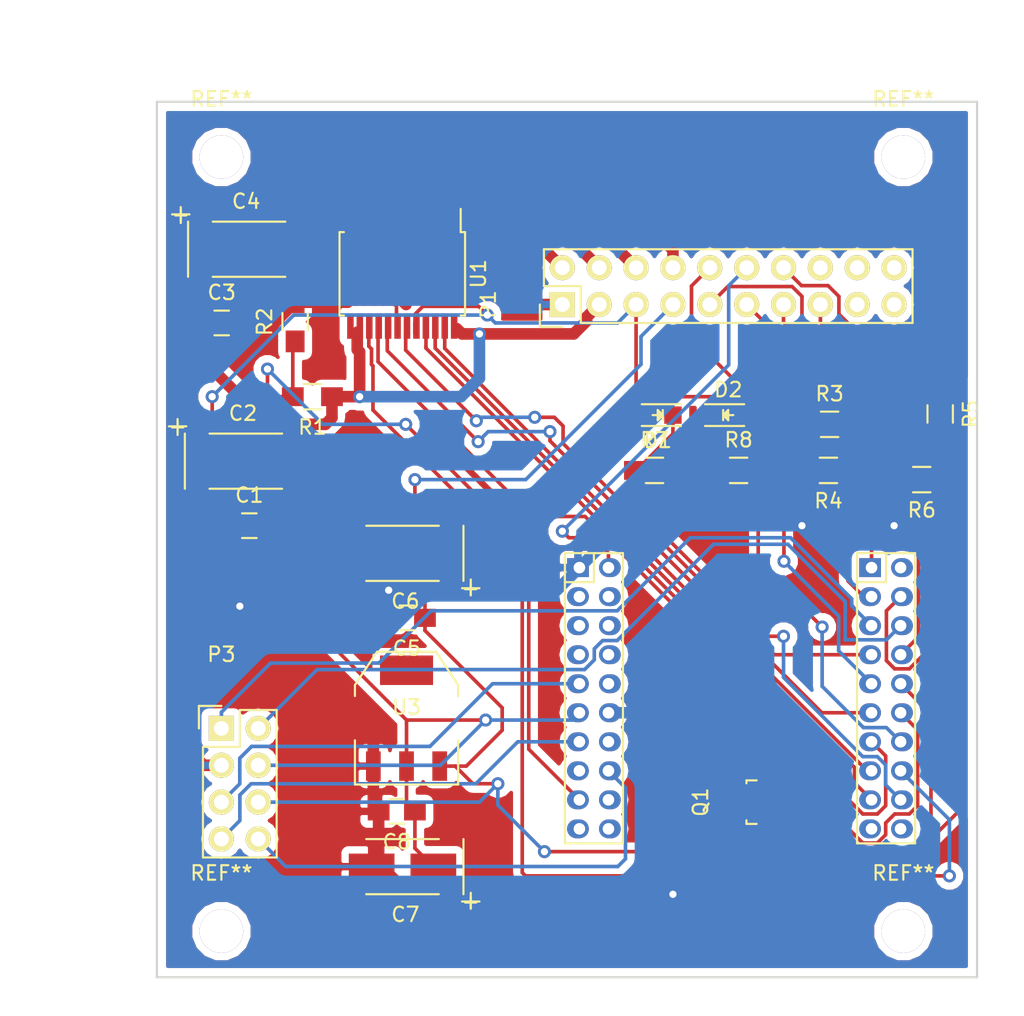
<source format=kicad_pcb>
(kicad_pcb (version 4) (host pcbnew 4.0.1-stable)

  (general
    (links 79)
    (no_connects 14)
    (area 121.065001 63.825 189.515046 133.66126)
    (thickness 1.6)
    (drawings 6)
    (tracks 394)
    (zones 0)
    (modules 28)
    (nets 36)
  )

  (page A4)
  (layers
    (0 F.Cu signal)
    (31 B.Cu signal)
    (32 B.Adhes user)
    (33 F.Adhes user)
    (34 B.Paste user)
    (35 F.Paste user)
    (36 B.SilkS user)
    (37 F.SilkS user)
    (38 B.Mask user)
    (39 F.Mask user)
    (40 Dwgs.User user)
    (41 Cmts.User user)
    (42 Eco1.User user)
    (43 Eco2.User user)
    (44 Edge.Cuts user)
    (45 Margin user)
    (46 B.CrtYd user)
    (47 F.CrtYd user)
    (48 B.Fab user)
    (49 F.Fab user)
  )

  (setup
    (last_trace_width 0.25)
    (trace_clearance 0.25)
    (zone_clearance 0.508)
    (zone_45_only no)
    (trace_min 0.25)
    (segment_width 0.2)
    (edge_width 0.15)
    (via_size 0.9)
    (via_drill 0.5)
    (via_min_size 0.9)
    (via_min_drill 0.3)
    (uvia_size 0.3)
    (uvia_drill 0.1)
    (uvias_allowed no)
    (uvia_min_size 0.2)
    (uvia_min_drill 0.1)
    (pcb_text_width 0.3)
    (pcb_text_size 1.5 1.5)
    (mod_edge_width 0.15)
    (mod_text_size 1 1)
    (mod_text_width 0.15)
    (pad_size 1.524 1.524)
    (pad_drill 0.762)
    (pad_to_mask_clearance 0.2)
    (aux_axis_origin 129.54 130.81)
    (visible_elements 7FFFFFFF)
    (pcbplotparams
      (layerselection 0x010c0_80000001)
      (usegerberextensions true)
      (excludeedgelayer true)
      (linewidth 0.100000)
      (plotframeref false)
      (viasonmask false)
      (mode 1)
      (useauxorigin false)
      (hpglpennumber 1)
      (hpglpenspeed 20)
      (hpglpendiameter 15)
      (hpglpenoverlay 2)
      (psnegative false)
      (psa4output false)
      (plotreference true)
      (plotvalue true)
      (plotinvisibletext false)
      (padsonsilk false)
      (subtractmaskfromsilk false)
      (outputformat 1)
      (mirror false)
      (drillshape 0)
      (scaleselection 1)
      (outputdirectory Gerber5))
  )

  (net 0 "")
  (net 1 +5V)
  (net 2 GND)
  (net 3 +3V3)
  (net 4 "Net-(D1-Pad1)")
  (net 5 "Net-(D2-Pad1)")
  (net 6 /Motor1+)
  (net 7 VCC)
  (net 8 /Motor1-)
  (net 9 /Motor2+)
  (net 10 /Motor2-)
  (net 11 /FrontTrig)
  (net 12 /Servo)
  (net 13 "Net-(P1-Pad11)")
  (net 14 /BackTrig)
  (net 15 /Beep)
  (net 16 "Net-(P1-Pad15)")
  (net 17 /BatVoltage)
  (net 18 /BackEcho3v)
  (net 19 /FrontEcho3v)
  (net 20 /AIN2)
  (net 21 /LED1)
  (net 22 /LED2)
  (net 23 /PWMA)
  (net 24 /PWMB)
  (net 25 /AIN1)
  (net 26 /BIN1)
  (net 27 /Beep3v3)
  (net 28 /STBY)
  (net 29 /BIN2)
  (net 30 "Net-(P2-Pad9)")
  (net 31 "Net-(P2-Pad13)")
  (net 32 "Net-(P2-Pad16)")
  (net 33 /SCLK)
  (net 34 /SDO)
  (net 35 /Light)

  (net_class Default "Dies ist die voreingestellte Netzklasse."
    (clearance 0.25)
    (trace_width 0.25)
    (via_dia 0.9)
    (via_drill 0.5)
    (uvia_dia 0.3)
    (uvia_drill 0.1)
    (add_net +3V3)
    (add_net +5V)
    (add_net /AIN1)
    (add_net /AIN2)
    (add_net /BIN1)
    (add_net /BIN2)
    (add_net /BackEcho3v)
    (add_net /BackTrig)
    (add_net /BatVoltage)
    (add_net /Beep)
    (add_net /Beep3v3)
    (add_net /FrontEcho3v)
    (add_net /FrontTrig)
    (add_net /LED1)
    (add_net /LED2)
    (add_net /Light)
    (add_net /PWMA)
    (add_net /PWMB)
    (add_net /SCLK)
    (add_net /SDO)
    (add_net /STBY)
    (add_net /Servo)
    (add_net "Net-(D1-Pad1)")
    (add_net "Net-(D2-Pad1)")
    (add_net "Net-(P1-Pad11)")
    (add_net "Net-(P1-Pad15)")
    (add_net "Net-(P2-Pad13)")
    (add_net "Net-(P2-Pad16)")
    (add_net "Net-(P2-Pad9)")
  )

  (net_class Motor ""
    (clearance 0.25)
    (trace_width 0.8)
    (via_dia 0.9)
    (via_drill 0.5)
    (uvia_dia 0.3)
    (uvia_drill 0.1)
    (add_net /Motor1+)
    (add_net /Motor1-)
    (add_net /Motor2+)
    (add_net /Motor2-)
    (add_net GND)
    (add_net VCC)
  )

  (module Capacitors_SMD:C_0805_HandSoldering (layer F.Cu) (tedit 541A9B8D) (tstamp 566D8D30)
    (at 135.91 99.695)
    (descr "Capacitor SMD 0805, hand soldering")
    (tags "capacitor 0805")
    (path /5631965C)
    (attr smd)
    (fp_text reference C1 (at 0 -2.1) (layer F.SilkS)
      (effects (font (size 1 1) (thickness 0.15)))
    )
    (fp_text value 100nF (at 0 2.1) (layer F.Fab)
      (effects (font (size 1 1) (thickness 0.15)))
    )
    (fp_line (start -2.3 -1) (end 2.3 -1) (layer F.CrtYd) (width 0.05))
    (fp_line (start -2.3 1) (end 2.3 1) (layer F.CrtYd) (width 0.05))
    (fp_line (start -2.3 -1) (end -2.3 1) (layer F.CrtYd) (width 0.05))
    (fp_line (start 2.3 -1) (end 2.3 1) (layer F.CrtYd) (width 0.05))
    (fp_line (start 0.5 -0.85) (end -0.5 -0.85) (layer F.SilkS) (width 0.15))
    (fp_line (start -0.5 0.85) (end 0.5 0.85) (layer F.SilkS) (width 0.15))
    (pad 1 smd rect (at -1.25 0) (size 1.5 1.25) (layers F.Cu F.Paste F.Mask)
      (net 3 +3V3))
    (pad 2 smd rect (at 1.25 0) (size 1.5 1.25) (layers F.Cu F.Paste F.Mask)
      (net 2 GND))
    (model Capacitors_SMD.3dshapes/C_0805_HandSoldering.wrl
      (at (xyz 0 0 0))
      (scale (xyz 1 1 1))
      (rotate (xyz 0 0 0))
    )
  )

  (module Capacitors_SMD:C_0805_HandSoldering (layer F.Cu) (tedit 541A9B8D) (tstamp 566D8D3C)
    (at 134.005 85.725)
    (descr "Capacitor SMD 0805, hand soldering")
    (tags "capacitor 0805")
    (path /56319F3C)
    (attr smd)
    (fp_text reference C3 (at 0 -2.1) (layer F.SilkS)
      (effects (font (size 1 1) (thickness 0.15)))
    )
    (fp_text value 100nF (at 0 2.1) (layer F.Fab)
      (effects (font (size 1 1) (thickness 0.15)))
    )
    (fp_line (start -2.3 -1) (end 2.3 -1) (layer F.CrtYd) (width 0.05))
    (fp_line (start -2.3 1) (end 2.3 1) (layer F.CrtYd) (width 0.05))
    (fp_line (start -2.3 -1) (end -2.3 1) (layer F.CrtYd) (width 0.05))
    (fp_line (start 2.3 -1) (end 2.3 1) (layer F.CrtYd) (width 0.05))
    (fp_line (start 0.5 -0.85) (end -0.5 -0.85) (layer F.SilkS) (width 0.15))
    (fp_line (start -0.5 0.85) (end 0.5 0.85) (layer F.SilkS) (width 0.15))
    (pad 1 smd rect (at -1.25 0) (size 1.5 1.25) (layers F.Cu F.Paste F.Mask)
      (net 7 VCC))
    (pad 2 smd rect (at 1.25 0) (size 1.5 1.25) (layers F.Cu F.Paste F.Mask)
      (net 2 GND))
    (model Capacitors_SMD.3dshapes/C_0805_HandSoldering.wrl
      (at (xyz 0 0 0))
      (scale (xyz 1 1 1))
      (rotate (xyz 0 0 0))
    )
  )

  (module Capacitors_SMD:C_0805_HandSoldering (layer F.Cu) (tedit 541A9B8D) (tstamp 566D8D48)
    (at 146.762231 106.045 180)
    (descr "Capacitor SMD 0805, hand soldering")
    (tags "capacitor 0805")
    (path /562EBE60)
    (attr smd)
    (fp_text reference C5 (at 0 -2.1 180) (layer F.SilkS)
      (effects (font (size 1 1) (thickness 0.15)))
    )
    (fp_text value C (at 0 2.1 180) (layer F.Fab)
      (effects (font (size 1 1) (thickness 0.15)))
    )
    (fp_line (start -2.3 -1) (end 2.3 -1) (layer F.CrtYd) (width 0.05))
    (fp_line (start -2.3 1) (end 2.3 1) (layer F.CrtYd) (width 0.05))
    (fp_line (start -2.3 -1) (end -2.3 1) (layer F.CrtYd) (width 0.05))
    (fp_line (start 2.3 -1) (end 2.3 1) (layer F.CrtYd) (width 0.05))
    (fp_line (start 0.5 -0.85) (end -0.5 -0.85) (layer F.SilkS) (width 0.15))
    (fp_line (start -0.5 0.85) (end 0.5 0.85) (layer F.SilkS) (width 0.15))
    (pad 1 smd rect (at -1.25 0 180) (size 1.5 1.25) (layers F.Cu F.Paste F.Mask)
      (net 1 +5V))
    (pad 2 smd rect (at 1.25 0 180) (size 1.5 1.25) (layers F.Cu F.Paste F.Mask)
      (net 2 GND))
    (model Capacitors_SMD.3dshapes/C_0805_HandSoldering.wrl
      (at (xyz 0 0 0))
      (scale (xyz 1 1 1))
      (rotate (xyz 0 0 0))
    )
  )

  (module Capacitors_SMD:C_0805_HandSoldering (layer F.Cu) (tedit 541A9B8D) (tstamp 566D8D5A)
    (at 146.07 119.38 180)
    (descr "Capacitor SMD 0805, hand soldering")
    (tags "capacitor 0805")
    (path /562EBEA7)
    (attr smd)
    (fp_text reference C8 (at 0 -2.1 180) (layer F.SilkS)
      (effects (font (size 1 1) (thickness 0.15)))
    )
    (fp_text value C (at 0 2.1 180) (layer F.Fab)
      (effects (font (size 1 1) (thickness 0.15)))
    )
    (fp_line (start -2.3 -1) (end 2.3 -1) (layer F.CrtYd) (width 0.05))
    (fp_line (start -2.3 1) (end 2.3 1) (layer F.CrtYd) (width 0.05))
    (fp_line (start -2.3 -1) (end -2.3 1) (layer F.CrtYd) (width 0.05))
    (fp_line (start 2.3 -1) (end 2.3 1) (layer F.CrtYd) (width 0.05))
    (fp_line (start 0.5 -0.85) (end -0.5 -0.85) (layer F.SilkS) (width 0.15))
    (fp_line (start -0.5 0.85) (end 0.5 0.85) (layer F.SilkS) (width 0.15))
    (pad 1 smd rect (at -1.25 0 180) (size 1.5 1.25) (layers F.Cu F.Paste F.Mask)
      (net 3 +3V3))
    (pad 2 smd rect (at 1.25 0 180) (size 1.5 1.25) (layers F.Cu F.Paste F.Mask)
      (net 2 GND))
    (model Capacitors_SMD.3dshapes/C_0805_HandSoldering.wrl
      (at (xyz 0 0 0))
      (scale (xyz 1 1 1))
      (rotate (xyz 0 0 0))
    )
  )

  (module LEDs:LED-0805 (layer F.Cu) (tedit 55BDE1C2) (tstamp 566D8D60)
    (at 164.05098 92.075 180)
    (descr "LED 0805 smd package")
    (tags "LED 0805 SMD")
    (path /562EE804)
    (attr smd)
    (fp_text reference D1 (at 0 -1.75 180) (layer F.SilkS)
      (effects (font (size 1 1) (thickness 0.15)))
    )
    (fp_text value LED (at 0 1.75 180) (layer F.Fab)
      (effects (font (size 1 1) (thickness 0.15)))
    )
    (fp_line (start -1.6 0.75) (end 1.1 0.75) (layer F.SilkS) (width 0.15))
    (fp_line (start -1.6 -0.75) (end 1.1 -0.75) (layer F.SilkS) (width 0.15))
    (fp_line (start -0.1 0.15) (end -0.1 -0.1) (layer F.SilkS) (width 0.15))
    (fp_line (start -0.1 -0.1) (end -0.25 0.05) (layer F.SilkS) (width 0.15))
    (fp_line (start -0.35 -0.35) (end -0.35 0.35) (layer F.SilkS) (width 0.15))
    (fp_line (start 0 0) (end 0.35 0) (layer F.SilkS) (width 0.15))
    (fp_line (start -0.35 0) (end 0 -0.35) (layer F.SilkS) (width 0.15))
    (fp_line (start 0 -0.35) (end 0 0.35) (layer F.SilkS) (width 0.15))
    (fp_line (start 0 0.35) (end -0.35 0) (layer F.SilkS) (width 0.15))
    (fp_line (start 1.9 -0.95) (end 1.9 0.95) (layer F.CrtYd) (width 0.05))
    (fp_line (start 1.9 0.95) (end -1.9 0.95) (layer F.CrtYd) (width 0.05))
    (fp_line (start -1.9 0.95) (end -1.9 -0.95) (layer F.CrtYd) (width 0.05))
    (fp_line (start -1.9 -0.95) (end 1.9 -0.95) (layer F.CrtYd) (width 0.05))
    (pad 2 smd rect (at 1.04902 0) (size 1.19888 1.19888) (layers F.Cu F.Paste F.Mask)
      (net 3 +3V3))
    (pad 1 smd rect (at -1.04902 0) (size 1.19888 1.19888) (layers F.Cu F.Paste F.Mask)
      (net 4 "Net-(D1-Pad1)"))
    (model LEDs.3dshapes/LED-0805.wrl
      (at (xyz 0 0 0))
      (scale (xyz 1 1 1))
      (rotate (xyz 0 0 0))
    )
  )

  (module LEDs:LED-0805 (layer F.Cu) (tedit 55BDE1C2) (tstamp 566D8D66)
    (at 168.91 92.075)
    (descr "LED 0805 smd package")
    (tags "LED 0805 SMD")
    (path /562EEA1A)
    (attr smd)
    (fp_text reference D2 (at 0 -1.75) (layer F.SilkS)
      (effects (font (size 1 1) (thickness 0.15)))
    )
    (fp_text value LED (at 0 1.75) (layer F.Fab)
      (effects (font (size 1 1) (thickness 0.15)))
    )
    (fp_line (start -1.6 0.75) (end 1.1 0.75) (layer F.SilkS) (width 0.15))
    (fp_line (start -1.6 -0.75) (end 1.1 -0.75) (layer F.SilkS) (width 0.15))
    (fp_line (start -0.1 0.15) (end -0.1 -0.1) (layer F.SilkS) (width 0.15))
    (fp_line (start -0.1 -0.1) (end -0.25 0.05) (layer F.SilkS) (width 0.15))
    (fp_line (start -0.35 -0.35) (end -0.35 0.35) (layer F.SilkS) (width 0.15))
    (fp_line (start 0 0) (end 0.35 0) (layer F.SilkS) (width 0.15))
    (fp_line (start -0.35 0) (end 0 -0.35) (layer F.SilkS) (width 0.15))
    (fp_line (start 0 -0.35) (end 0 0.35) (layer F.SilkS) (width 0.15))
    (fp_line (start 0 0.35) (end -0.35 0) (layer F.SilkS) (width 0.15))
    (fp_line (start 1.9 -0.95) (end 1.9 0.95) (layer F.CrtYd) (width 0.05))
    (fp_line (start 1.9 0.95) (end -1.9 0.95) (layer F.CrtYd) (width 0.05))
    (fp_line (start -1.9 0.95) (end -1.9 -0.95) (layer F.CrtYd) (width 0.05))
    (fp_line (start -1.9 -0.95) (end 1.9 -0.95) (layer F.CrtYd) (width 0.05))
    (pad 2 smd rect (at 1.04902 0 180) (size 1.19888 1.19888) (layers F.Cu F.Paste F.Mask)
      (net 3 +3V3))
    (pad 1 smd rect (at -1.04902 0 180) (size 1.19888 1.19888) (layers F.Cu F.Paste F.Mask)
      (net 5 "Net-(D2-Pad1)"))
    (model LEDs.3dshapes/LED-0805.wrl
      (at (xyz 0 0 0))
      (scale (xyz 1 1 1))
      (rotate (xyz 0 0 0))
    )
  )

  (module Pin_Headers:Pin_Header_Straight_2x10 (layer F.Cu) (tedit 0) (tstamp 566D8D7E)
    (at 157.48 84.455 90)
    (descr "Through hole pin header")
    (tags "pin header")
    (path /562EB1B0)
    (fp_text reference P1 (at 0 -5.1 90) (layer F.SilkS)
      (effects (font (size 1 1) (thickness 0.15)))
    )
    (fp_text value CONN_02X10 (at 0 -3.1 90) (layer F.Fab)
      (effects (font (size 1 1) (thickness 0.15)))
    )
    (fp_line (start -1.75 -1.75) (end -1.75 24.65) (layer F.CrtYd) (width 0.05))
    (fp_line (start 4.3 -1.75) (end 4.3 24.65) (layer F.CrtYd) (width 0.05))
    (fp_line (start -1.75 -1.75) (end 4.3 -1.75) (layer F.CrtYd) (width 0.05))
    (fp_line (start -1.75 24.65) (end 4.3 24.65) (layer F.CrtYd) (width 0.05))
    (fp_line (start 3.81 24.13) (end 3.81 -1.27) (layer F.SilkS) (width 0.15))
    (fp_line (start -1.27 1.27) (end -1.27 24.13) (layer F.SilkS) (width 0.15))
    (fp_line (start 3.81 24.13) (end -1.27 24.13) (layer F.SilkS) (width 0.15))
    (fp_line (start 3.81 -1.27) (end 1.27 -1.27) (layer F.SilkS) (width 0.15))
    (fp_line (start 0 -1.55) (end -1.55 -1.55) (layer F.SilkS) (width 0.15))
    (fp_line (start 1.27 -1.27) (end 1.27 1.27) (layer F.SilkS) (width 0.15))
    (fp_line (start 1.27 1.27) (end -1.27 1.27) (layer F.SilkS) (width 0.15))
    (fp_line (start -1.55 -1.55) (end -1.55 0) (layer F.SilkS) (width 0.15))
    (pad 1 thru_hole rect (at 0 0 90) (size 1.7272 1.7272) (drill 1.016) (layers *.Cu *.Mask F.SilkS)
      (net 2 GND))
    (pad 2 thru_hole oval (at 2.54 0 90) (size 1.7272 1.7272) (drill 1.016) (layers *.Cu *.Mask F.SilkS)
      (net 6 /Motor1+))
    (pad 3 thru_hole oval (at 0 2.54 90) (size 1.7272 1.7272) (drill 1.016) (layers *.Cu *.Mask F.SilkS)
      (net 7 VCC))
    (pad 4 thru_hole oval (at 2.54 2.54 90) (size 1.7272 1.7272) (drill 1.016) (layers *.Cu *.Mask F.SilkS)
      (net 8 /Motor1-))
    (pad 5 thru_hole oval (at 0 5.08 90) (size 1.7272 1.7272) (drill 1.016) (layers *.Cu *.Mask F.SilkS)
      (net 3 +3V3))
    (pad 6 thru_hole oval (at 2.54 5.08 90) (size 1.7272 1.7272) (drill 1.016) (layers *.Cu *.Mask F.SilkS)
      (net 9 /Motor2+))
    (pad 7 thru_hole oval (at 0 7.62 90) (size 1.7272 1.7272) (drill 1.016) (layers *.Cu *.Mask F.SilkS)
      (net 1 +5V))
    (pad 8 thru_hole oval (at 2.54 7.62 90) (size 1.7272 1.7272) (drill 1.016) (layers *.Cu *.Mask F.SilkS)
      (net 10 /Motor2-))
    (pad 9 thru_hole oval (at 0 10.16 90) (size 1.7272 1.7272) (drill 1.016) (layers *.Cu *.Mask F.SilkS)
      (net 11 /FrontTrig))
    (pad 10 thru_hole oval (at 2.54 10.16 90) (size 1.7272 1.7272) (drill 1.016) (layers *.Cu *.Mask F.SilkS)
      (net 12 /Servo))
    (pad 11 thru_hole oval (at 0 12.7 90) (size 1.7272 1.7272) (drill 1.016) (layers *.Cu *.Mask F.SilkS)
      (net 13 "Net-(P1-Pad11)"))
    (pad 12 thru_hole oval (at 2.54 12.7 90) (size 1.7272 1.7272) (drill 1.016) (layers *.Cu *.Mask F.SilkS)
      (net 35 /Light))
    (pad 13 thru_hole oval (at 0 15.24 90) (size 1.7272 1.7272) (drill 1.016) (layers *.Cu *.Mask F.SilkS)
      (net 14 /BackTrig))
    (pad 14 thru_hole oval (at 2.54 15.24 90) (size 1.7272 1.7272) (drill 1.016) (layers *.Cu *.Mask F.SilkS)
      (net 15 /Beep))
    (pad 15 thru_hole oval (at 0 17.78 90) (size 1.7272 1.7272) (drill 1.016) (layers *.Cu *.Mask F.SilkS)
      (net 16 "Net-(P1-Pad15)"))
    (pad 16 thru_hole oval (at 2.54 17.78 90) (size 1.7272 1.7272) (drill 1.016) (layers *.Cu *.Mask F.SilkS))
    (pad 17 thru_hole oval (at 0 20.32 90) (size 1.7272 1.7272) (drill 1.016) (layers *.Cu *.Mask F.SilkS))
    (pad 18 thru_hole oval (at 2.54 20.32 90) (size 1.7272 1.7272) (drill 1.016) (layers *.Cu *.Mask F.SilkS))
    (pad 19 thru_hole oval (at 0 22.86 90) (size 1.7272 1.7272) (drill 1.016) (layers *.Cu *.Mask F.SilkS))
    (pad 20 thru_hole oval (at 2.54 22.86 90) (size 1.7272 1.7272) (drill 1.016) (layers *.Cu *.Mask F.SilkS))
    (model Pin_Headers.3dshapes/Pin_Header_Straight_2x10.wrl
      (at (xyz 0.05 -0.45 0))
      (scale (xyz 1 1 1))
      (rotate (xyz 0 0 90))
    )
  )

  (module nrf51-breakout:nrf51-breakout (layer F.Cu) (tedit 566D830F) (tstamp 566D8DB4)
    (at 169.720062 110.794546)
    (descr "Pin Header 2mm 10x2pin")
    (tags "CONN DEV")
    (path /562EAD11)
    (fp_text reference P2 (at 0 -6.4) (layer F.SilkS) hide
      (effects (font (size 1 1) (thickness 0.15)))
    )
    (fp_text value nrf51-breakout (at 0 2) (layer F.Fab)
      (effects (font (size 1 1) (thickness 0.15)))
    )
    (fp_line (start -7.665062 10.990454) (end -7.665062 -9.409546) (layer F.CrtYd) (width 0.05))
    (fp_line (start -12.465062 10.990454) (end -7.665062 10.990454) (layer F.CrtYd) (width 0.05))
    (fp_line (start -12.465062 -9.409546) (end -12.465062 10.990454) (layer F.CrtYd) (width 0.05))
    (fp_line (start -7.665062 -9.409546) (end -12.465062 -9.409546) (layer F.CrtYd) (width 0.05))
    (fp_line (start -10.065062 -9.209546) (end -10.065062 -7.209546) (layer F.SilkS) (width 0.15))
    (fp_line (start -8.065062 10.790454) (end -12.065062 10.790454) (layer F.SilkS) (width 0.15))
    (fp_line (start -12.065062 10.790454) (end -12.065062 -9.209546) (layer F.SilkS) (width 0.15))
    (fp_line (start -8.065062 -9.209546) (end -8.065062 10.790454) (layer F.SilkS) (width 0.15))
    (fp_line (start -12.065062 -9.209546) (end -8.065062 -9.209546) (layer F.SilkS) (width 0.15))
    (fp_line (start -10.065062 -7.209546) (end -12.065062 -7.209546) (layer F.SilkS) (width 0.15))
    (fp_line (start 12.064938 -9.209546) (end 12.064938 10.790454) (layer F.SilkS) (width 0.15))
    (fp_line (start 8.064938 -9.209546) (end 12.064938 -9.209546) (layer F.SilkS) (width 0.15))
    (fp_line (start 10.064938 -9.209546) (end 10.064938 -7.209546) (layer F.SilkS) (width 0.15))
    (fp_line (start 12.064938 10.790454) (end 8.064938 10.790454) (layer F.SilkS) (width 0.15))
    (fp_line (start 10.064938 -7.209546) (end 8.064938 -7.209546) (layer F.SilkS) (width 0.15))
    (fp_line (start 8.064938 10.790454) (end 8.064938 -9.209546) (layer F.SilkS) (width 0.15))
    (fp_line (start 12.464938 10.990454) (end 12.464938 -9.409546) (layer F.CrtYd) (width 0.05))
    (fp_line (start 12.464938 -9.409546) (end 7.664938 -9.409546) (layer F.CrtYd) (width 0.05))
    (fp_line (start 7.664938 10.990454) (end 12.464938 10.990454) (layer F.CrtYd) (width 0.05))
    (fp_line (start 7.664938 -9.409546) (end 7.664938 10.990454) (layer F.CrtYd) (width 0.05))
    (pad 1 thru_hole rect (at -11.065062 -8.209546 270) (size 1.3 1.5) (drill 0.8 (offset 0 0.1)) (layers *.Cu *.Mask)
      (net 2 GND))
    (pad 2 thru_hole oval (at -9.065062 -8.209546 270) (size 1.3 1.5) (drill 0.8 (offset 0 -0.1)) (layers *.Cu *.Mask)
      (net 35 /Light))
    (pad 3 thru_hole oval (at -11.065062 -6.209546 270) (size 1.3 1.5) (drill 0.8 (offset 0 0.1)) (layers *.Cu *.Mask))
    (pad 4 thru_hole oval (at -9.065062 -6.209546 270) (size 1.3 1.5) (drill 0.8 (offset 0 -0.1)) (layers *.Cu *.Mask))
    (pad 5 thru_hole oval (at -11.065062 -4.209546 270) (size 1.3 1.5) (drill 0.8 (offset 0 0.1)) (layers *.Cu *.Mask))
    (pad 6 thru_hole oval (at -9.065062 -4.209546 270) (size 1.3 1.5) (drill 0.8 (offset 0 -0.1)) (layers *.Cu *.Mask))
    (pad 7 thru_hole oval (at -11.065062 -2.209546 270) (size 1.3 1.5) (drill 0.8 (offset 0 0.1)) (layers *.Cu *.Mask))
    (pad 8 thru_hole oval (at -9.065062 -2.209546 270) (size 1.3 1.5) (drill 0.8 (offset 0 -0.1)) (layers *.Cu *.Mask))
    (pad 9 thru_hole oval (at -11.065062 -0.209546 270) (size 1.3 1.5) (drill 0.8 (offset 0 0.1)) (layers *.Cu *.Mask)
      (net 30 "Net-(P2-Pad9)"))
    (pad 10 thru_hole oval (at -9.065062 -0.209546 270) (size 1.3 1.5) (drill 0.8 (offset 0 -0.1)) (layers *.Cu *.Mask))
    (pad 11 thru_hole oval (at -11.065062 1.790454 270) (size 1.3 1.5) (drill 0.8 (offset 0 0.1)) (layers *.Cu *.Mask)
      (net 3 +3V3))
    (pad 12 thru_hole oval (at -9.065062 1.790454 270) (size 1.3 1.5) (drill 0.8 (offset 0 -0.1)) (layers *.Cu *.Mask)
      (net 2 GND))
    (pad 13 thru_hole oval (at -11.065062 3.790454 270) (size 1.3 1.5) (drill 0.8 (offset 0 0.1)) (layers *.Cu *.Mask)
      (net 31 "Net-(P2-Pad13)"))
    (pad 14 thru_hole oval (at -9.065062 3.790454 270) (size 1.3 1.5) (drill 0.8 (offset 0 -0.1)) (layers *.Cu *.Mask))
    (pad 15 thru_hole oval (at -11.065062 5.790454 270) (size 1.3 1.5) (drill 0.8 (offset 0 0.1)) (layers *.Cu *.Mask))
    (pad 16 thru_hole oval (at -9.065062 5.790454 270) (size 1.3 1.5) (drill 0.8 (offset 0 -0.1)) (layers *.Cu *.Mask)
      (net 32 "Net-(P2-Pad16)"))
    (pad 17 thru_hole oval (at -11.065062 7.790454 270) (size 1.3 1.5) (drill 0.8 (offset 0 0.1)) (layers *.Cu *.Mask)
      (net 17 /BatVoltage))
    (pad 18 thru_hole oval (at -9.065062 7.790454 270) (size 1.3 1.5) (drill 0.8 (offset 0 -0.1)) (layers *.Cu *.Mask))
    (pad 37 thru_hole oval (at -11.065062 9.790454 270) (size 1.3 1.5) (drill 0.8 (offset 0 0.1)) (layers *.Cu *.Mask))
    (pad 38 thru_hole oval (at -9.065062 9.790454 270) (size 1.3 1.5) (drill 0.8 (offset 0 -0.1)) (layers *.Cu *.Mask))
    (pad 22 thru_hole oval (at 11.064938 -6.209546 270) (size 1.3 1.5) (drill 0.8 (offset 0 -0.1)) (layers *.Cu *.Mask)
      (net 18 /BackEcho3v))
    (pad 24 thru_hole oval (at 11.064938 -4.209546 270) (size 1.3 1.5) (drill 0.8 (offset 0 -0.1)) (layers *.Cu *.Mask)
      (net 33 /SCLK))
    (pad 23 thru_hole oval (at 9.064938 -4.209546 270) (size 1.3 1.5) (drill 0.8 (offset 0 0.1)) (layers *.Cu *.Mask)
      (net 34 /SDO))
    (pad 20 thru_hole oval (at 11.064938 -8.209546 270) (size 1.3 1.5) (drill 0.8 (offset 0 -0.1)) (layers *.Cu *.Mask))
    (pad 19 thru_hole rect (at 9.064938 -8.209546 270) (size 1.3 1.5) (drill 0.8 (offset 0 0.1)) (layers *.Cu *.Mask)
      (net 14 /BackTrig))
    (pad 21 thru_hole oval (at 9.064938 -6.209546 270) (size 1.3 1.5) (drill 0.8 (offset 0 0.1)) (layers *.Cu *.Mask)
      (net 19 /FrontEcho3v))
    (pad 35 thru_hole oval (at 9.064938 7.790454 270) (size 1.3 1.5) (drill 0.8 (offset 0 0.1)) (layers *.Cu *.Mask)
      (net 20 /AIN2))
    (pad 36 thru_hole oval (at 11.064938 7.790454 270) (size 1.3 1.5) (drill 0.8 (offset 0 -0.1)) (layers *.Cu *.Mask)
      (net 21 /LED1))
    (pad 40 thru_hole oval (at 11.064938 9.790454 270) (size 1.3 1.5) (drill 0.8 (offset 0 -0.1)) (layers *.Cu *.Mask))
    (pad 32 thru_hole oval (at 11.064938 3.790454 270) (size 1.3 1.5) (drill 0.8 (offset 0 -0.1)) (layers *.Cu *.Mask)
      (net 22 /LED2))
    (pad 33 thru_hole oval (at 9.064938 5.790454 270) (size 1.3 1.5) (drill 0.8 (offset 0 0.1)) (layers *.Cu *.Mask)
      (net 23 /PWMA))
    (pad 34 thru_hole oval (at 11.064938 5.790454 270) (size 1.3 1.5) (drill 0.8 (offset 0 -0.1)) (layers *.Cu *.Mask)
      (net 24 /PWMB))
    (pad 39 thru_hole oval (at 9.064938 9.790454 270) (size 1.3 1.5) (drill 0.8 (offset 0 0.1)) (layers *.Cu *.Mask))
    (pad 31 thru_hole oval (at 9.064938 3.790454 270) (size 1.3 1.5) (drill 0.8 (offset 0 0.1)) (layers *.Cu *.Mask)
      (net 25 /AIN1))
    (pad 29 thru_hole oval (at 9.064938 1.790454 270) (size 1.3 1.5) (drill 0.8 (offset 0 0.1)) (layers *.Cu *.Mask)
      (net 26 /BIN1))
    (pad 28 thru_hole oval (at 11.064938 -0.209546 270) (size 1.3 1.5) (drill 0.8 (offset 0 -0.1)) (layers *.Cu *.Mask)
      (net 27 /Beep3v3))
    (pad 25 thru_hole oval (at 9.064938 -2.209546 270) (size 1.3 1.5) (drill 0.8 (offset 0 0.1)) (layers *.Cu *.Mask)
      (net 28 /STBY))
    (pad 26 thru_hole oval (at 11.064938 -2.209546 270) (size 1.3 1.5) (drill 0.8 (offset 0 -0.1)) (layers *.Cu *.Mask)
      (net 11 /FrontTrig))
    (pad 27 thru_hole oval (at 9.064938 -0.209546 270) (size 1.3 1.5) (drill 0.8 (offset 0 0.1)) (layers *.Cu *.Mask)
      (net 12 /Servo))
    (pad 30 thru_hole oval (at 11.064938 1.790454 270) (size 1.3 1.5) (drill 0.8 (offset 0 -0.1)) (layers *.Cu *.Mask)
      (net 29 /BIN2))
    (model Pin_Headers.3dshapes/Pin_Header_Straight_2x10_Pitch2.00mm.wrl
      (at (xyz 0.3543307086614174 0.03937007874015748 0))
      (scale (xyz 1 1 1))
      (rotate (xyz 0 0 0))
    )
  )

  (module TO_SOT_Packages_SMD:SOT-23_Handsoldering (layer F.Cu) (tedit 54E9291B) (tstamp 566D8DBB)
    (at 170.815 118.745 90)
    (descr "SOT-23, Handsoldering")
    (tags SOT-23)
    (path /5671E8F5)
    (attr smd)
    (fp_text reference Q1 (at 0 -3.81 90) (layer F.SilkS)
      (effects (font (size 1 1) (thickness 0.15)))
    )
    (fp_text value BC850 (at 0 3.81 90) (layer F.Fab)
      (effects (font (size 1 1) (thickness 0.15)))
    )
    (fp_line (start -1.49982 0.0508) (end -1.49982 -0.65024) (layer F.SilkS) (width 0.15))
    (fp_line (start -1.49982 -0.65024) (end -1.2509 -0.65024) (layer F.SilkS) (width 0.15))
    (fp_line (start 1.29916 -0.65024) (end 1.49982 -0.65024) (layer F.SilkS) (width 0.15))
    (fp_line (start 1.49982 -0.65024) (end 1.49982 0.0508) (layer F.SilkS) (width 0.15))
    (pad 1 smd rect (at -0.95 1.50114 90) (size 0.8001 1.80086) (layers F.Cu F.Paste F.Mask)
      (net 27 /Beep3v3))
    (pad 2 smd rect (at 0.95 1.50114 90) (size 0.8001 1.80086) (layers F.Cu F.Paste F.Mask)
      (net 15 /Beep))
    (pad 3 smd rect (at 0 -1.50114 90) (size 0.8001 1.80086) (layers F.Cu F.Paste F.Mask)
      (net 1 +5V))
    (model TO_SOT_Packages_SMD.3dshapes/SOT-23_Handsoldering.wrl
      (at (xyz 0 0 0))
      (scale (xyz 1 1 1))
      (rotate (xyz 0 0 0))
    )
  )

  (module Resistors_SMD:R_0805_HandSoldering (layer F.Cu) (tedit 54189DEE) (tstamp 566D8DC1)
    (at 140.255 90.805 180)
    (descr "Resistor SMD 0805, hand soldering")
    (tags "resistor 0805")
    (path /562EF54B)
    (attr smd)
    (fp_text reference R1 (at 0 -2.1 180) (layer F.SilkS)
      (effects (font (size 1 1) (thickness 0.15)))
    )
    (fp_text value R (at 0 2.1 180) (layer F.Fab)
      (effects (font (size 1 1) (thickness 0.15)))
    )
    (fp_line (start -2.4 -1) (end 2.4 -1) (layer F.CrtYd) (width 0.05))
    (fp_line (start -2.4 1) (end 2.4 1) (layer F.CrtYd) (width 0.05))
    (fp_line (start -2.4 -1) (end -2.4 1) (layer F.CrtYd) (width 0.05))
    (fp_line (start 2.4 -1) (end 2.4 1) (layer F.CrtYd) (width 0.05))
    (fp_line (start 0.6 0.875) (end -0.6 0.875) (layer F.SilkS) (width 0.15))
    (fp_line (start -0.6 -0.875) (end 0.6 -0.875) (layer F.SilkS) (width 0.15))
    (pad 1 smd rect (at -1.35 0 180) (size 1.5 1.3) (layers F.Cu F.Paste F.Mask)
      (net 7 VCC))
    (pad 2 smd rect (at 1.35 0 180) (size 1.5 1.3) (layers F.Cu F.Paste F.Mask)
      (net 17 /BatVoltage))
    (model Resistors_SMD.3dshapes/R_0805_HandSoldering.wrl
      (at (xyz 0 0 0))
      (scale (xyz 1 1 1))
      (rotate (xyz 0 0 0))
    )
  )

  (module Resistors_SMD:R_0805_HandSoldering (layer F.Cu) (tedit 54189DEE) (tstamp 566D8DC7)
    (at 139.065 85.645 90)
    (descr "Resistor SMD 0805, hand soldering")
    (tags "resistor 0805")
    (path /562EF5A2)
    (attr smd)
    (fp_text reference R2 (at 0 -2.1 90) (layer F.SilkS)
      (effects (font (size 1 1) (thickness 0.15)))
    )
    (fp_text value R (at 0 2.1 90) (layer F.Fab)
      (effects (font (size 1 1) (thickness 0.15)))
    )
    (fp_line (start -2.4 -1) (end 2.4 -1) (layer F.CrtYd) (width 0.05))
    (fp_line (start -2.4 1) (end 2.4 1) (layer F.CrtYd) (width 0.05))
    (fp_line (start -2.4 -1) (end -2.4 1) (layer F.CrtYd) (width 0.05))
    (fp_line (start 2.4 -1) (end 2.4 1) (layer F.CrtYd) (width 0.05))
    (fp_line (start 0.6 0.875) (end -0.6 0.875) (layer F.SilkS) (width 0.15))
    (fp_line (start -0.6 -0.875) (end 0.6 -0.875) (layer F.SilkS) (width 0.15))
    (pad 1 smd rect (at -1.35 0 90) (size 1.5 1.3) (layers F.Cu F.Paste F.Mask)
      (net 17 /BatVoltage))
    (pad 2 smd rect (at 1.35 0 90) (size 1.5 1.3) (layers F.Cu F.Paste F.Mask)
      (net 2 GND))
    (model Resistors_SMD.3dshapes/R_0805_HandSoldering.wrl
      (at (xyz 0 0 0))
      (scale (xyz 1 1 1))
      (rotate (xyz 0 0 0))
    )
  )

  (module Resistors_SMD:R_0805_HandSoldering (layer F.Cu) (tedit 54189DEE) (tstamp 566D8DCD)
    (at 175.895 92.71)
    (descr "Resistor SMD 0805, hand soldering")
    (tags "resistor 0805")
    (path /562ED1EC)
    (attr smd)
    (fp_text reference R3 (at 0 -2.1) (layer F.SilkS)
      (effects (font (size 1 1) (thickness 0.15)))
    )
    (fp_text value R (at 0 2.1) (layer F.Fab)
      (effects (font (size 1 1) (thickness 0.15)))
    )
    (fp_line (start -2.4 -1) (end 2.4 -1) (layer F.CrtYd) (width 0.05))
    (fp_line (start -2.4 1) (end 2.4 1) (layer F.CrtYd) (width 0.05))
    (fp_line (start -2.4 -1) (end -2.4 1) (layer F.CrtYd) (width 0.05))
    (fp_line (start 2.4 -1) (end 2.4 1) (layer F.CrtYd) (width 0.05))
    (fp_line (start 0.6 0.875) (end -0.6 0.875) (layer F.SilkS) (width 0.15))
    (fp_line (start -0.6 -0.875) (end 0.6 -0.875) (layer F.SilkS) (width 0.15))
    (pad 1 smd rect (at -1.35 0) (size 1.5 1.3) (layers F.Cu F.Paste F.Mask)
      (net 13 "Net-(P1-Pad11)"))
    (pad 2 smd rect (at 1.35 0) (size 1.5 1.3) (layers F.Cu F.Paste F.Mask)
      (net 19 /FrontEcho3v))
    (model Resistors_SMD.3dshapes/R_0805_HandSoldering.wrl
      (at (xyz 0 0 0))
      (scale (xyz 1 1 1))
      (rotate (xyz 0 0 0))
    )
  )

  (module Resistors_SMD:R_0805_HandSoldering (layer F.Cu) (tedit 54189DEE) (tstamp 566D8DD3)
    (at 175.815 95.885 180)
    (descr "Resistor SMD 0805, hand soldering")
    (tags "resistor 0805")
    (path /562ED31D)
    (attr smd)
    (fp_text reference R4 (at 0 -2.1 180) (layer F.SilkS)
      (effects (font (size 1 1) (thickness 0.15)))
    )
    (fp_text value R (at 0 2.1 180) (layer F.Fab)
      (effects (font (size 1 1) (thickness 0.15)))
    )
    (fp_line (start -2.4 -1) (end 2.4 -1) (layer F.CrtYd) (width 0.05))
    (fp_line (start -2.4 1) (end 2.4 1) (layer F.CrtYd) (width 0.05))
    (fp_line (start -2.4 -1) (end -2.4 1) (layer F.CrtYd) (width 0.05))
    (fp_line (start 2.4 -1) (end 2.4 1) (layer F.CrtYd) (width 0.05))
    (fp_line (start 0.6 0.875) (end -0.6 0.875) (layer F.SilkS) (width 0.15))
    (fp_line (start -0.6 -0.875) (end 0.6 -0.875) (layer F.SilkS) (width 0.15))
    (pad 1 smd rect (at -1.35 0 180) (size 1.5 1.3) (layers F.Cu F.Paste F.Mask)
      (net 19 /FrontEcho3v))
    (pad 2 smd rect (at 1.35 0 180) (size 1.5 1.3) (layers F.Cu F.Paste F.Mask)
      (net 2 GND))
    (model Resistors_SMD.3dshapes/R_0805_HandSoldering.wrl
      (at (xyz 0 0 0))
      (scale (xyz 1 1 1))
      (rotate (xyz 0 0 0))
    )
  )

  (module Resistors_SMD:R_0805_HandSoldering (layer F.Cu) (tedit 54189DEE) (tstamp 566D8DD9)
    (at 183.515 91.995 270)
    (descr "Resistor SMD 0805, hand soldering")
    (tags "resistor 0805")
    (path /562EE10A)
    (attr smd)
    (fp_text reference R5 (at 0 -2.1 270) (layer F.SilkS)
      (effects (font (size 1 1) (thickness 0.15)))
    )
    (fp_text value R (at 0 2.1 270) (layer F.Fab)
      (effects (font (size 1 1) (thickness 0.15)))
    )
    (fp_line (start -2.4 -1) (end 2.4 -1) (layer F.CrtYd) (width 0.05))
    (fp_line (start -2.4 1) (end 2.4 1) (layer F.CrtYd) (width 0.05))
    (fp_line (start -2.4 -1) (end -2.4 1) (layer F.CrtYd) (width 0.05))
    (fp_line (start 2.4 -1) (end 2.4 1) (layer F.CrtYd) (width 0.05))
    (fp_line (start 0.6 0.875) (end -0.6 0.875) (layer F.SilkS) (width 0.15))
    (fp_line (start -0.6 -0.875) (end 0.6 -0.875) (layer F.SilkS) (width 0.15))
    (pad 1 smd rect (at -1.35 0 270) (size 1.5 1.3) (layers F.Cu F.Paste F.Mask)
      (net 16 "Net-(P1-Pad15)"))
    (pad 2 smd rect (at 1.35 0 270) (size 1.5 1.3) (layers F.Cu F.Paste F.Mask)
      (net 18 /BackEcho3v))
    (model Resistors_SMD.3dshapes/R_0805_HandSoldering.wrl
      (at (xyz 0 0 0))
      (scale (xyz 1 1 1))
      (rotate (xyz 0 0 0))
    )
  )

  (module Resistors_SMD:R_0805_HandSoldering (layer F.Cu) (tedit 54189DEE) (tstamp 566D8DDF)
    (at 182.245 96.52 180)
    (descr "Resistor SMD 0805, hand soldering")
    (tags "resistor 0805")
    (path /562EE184)
    (attr smd)
    (fp_text reference R6 (at 0 -2.1 180) (layer F.SilkS)
      (effects (font (size 1 1) (thickness 0.15)))
    )
    (fp_text value R (at 0 2.1 180) (layer F.Fab)
      (effects (font (size 1 1) (thickness 0.15)))
    )
    (fp_line (start -2.4 -1) (end 2.4 -1) (layer F.CrtYd) (width 0.05))
    (fp_line (start -2.4 1) (end 2.4 1) (layer F.CrtYd) (width 0.05))
    (fp_line (start -2.4 -1) (end -2.4 1) (layer F.CrtYd) (width 0.05))
    (fp_line (start 2.4 -1) (end 2.4 1) (layer F.CrtYd) (width 0.05))
    (fp_line (start 0.6 0.875) (end -0.6 0.875) (layer F.SilkS) (width 0.15))
    (fp_line (start -0.6 -0.875) (end 0.6 -0.875) (layer F.SilkS) (width 0.15))
    (pad 1 smd rect (at -1.35 0 180) (size 1.5 1.3) (layers F.Cu F.Paste F.Mask)
      (net 18 /BackEcho3v))
    (pad 2 smd rect (at 1.35 0 180) (size 1.5 1.3) (layers F.Cu F.Paste F.Mask)
      (net 2 GND))
    (model Resistors_SMD.3dshapes/R_0805_HandSoldering.wrl
      (at (xyz 0 0 0))
      (scale (xyz 1 1 1))
      (rotate (xyz 0 0 0))
    )
  )

  (module Resistors_SMD:R_0805_HandSoldering (layer F.Cu) (tedit 54189DEE) (tstamp 566D8DE5)
    (at 163.83 95.885)
    (descr "Resistor SMD 0805, hand soldering")
    (tags "resistor 0805")
    (path /562F0738)
    (attr smd)
    (fp_text reference R7 (at 0 -2.1) (layer F.SilkS)
      (effects (font (size 1 1) (thickness 0.15)))
    )
    (fp_text value R (at 0 2.1) (layer F.Fab)
      (effects (font (size 1 1) (thickness 0.15)))
    )
    (fp_line (start -2.4 -1) (end 2.4 -1) (layer F.CrtYd) (width 0.05))
    (fp_line (start -2.4 1) (end 2.4 1) (layer F.CrtYd) (width 0.05))
    (fp_line (start -2.4 -1) (end -2.4 1) (layer F.CrtYd) (width 0.05))
    (fp_line (start 2.4 -1) (end 2.4 1) (layer F.CrtYd) (width 0.05))
    (fp_line (start 0.6 0.875) (end -0.6 0.875) (layer F.SilkS) (width 0.15))
    (fp_line (start -0.6 -0.875) (end 0.6 -0.875) (layer F.SilkS) (width 0.15))
    (pad 1 smd rect (at -1.35 0) (size 1.5 1.3) (layers F.Cu F.Paste F.Mask)
      (net 4 "Net-(D1-Pad1)"))
    (pad 2 smd rect (at 1.35 0) (size 1.5 1.3) (layers F.Cu F.Paste F.Mask)
      (net 21 /LED1))
    (model Resistors_SMD.3dshapes/R_0805_HandSoldering.wrl
      (at (xyz 0 0 0))
      (scale (xyz 1 1 1))
      (rotate (xyz 0 0 0))
    )
  )

  (module Resistors_SMD:R_0805_HandSoldering (layer F.Cu) (tedit 54189DEE) (tstamp 566D8DEB)
    (at 169.625 95.885)
    (descr "Resistor SMD 0805, hand soldering")
    (tags "resistor 0805")
    (path /562EEBAD)
    (attr smd)
    (fp_text reference R8 (at 0 -2.1) (layer F.SilkS)
      (effects (font (size 1 1) (thickness 0.15)))
    )
    (fp_text value R (at 0 2.1) (layer F.Fab)
      (effects (font (size 1 1) (thickness 0.15)))
    )
    (fp_line (start -2.4 -1) (end 2.4 -1) (layer F.CrtYd) (width 0.05))
    (fp_line (start -2.4 1) (end 2.4 1) (layer F.CrtYd) (width 0.05))
    (fp_line (start -2.4 -1) (end -2.4 1) (layer F.CrtYd) (width 0.05))
    (fp_line (start 2.4 -1) (end 2.4 1) (layer F.CrtYd) (width 0.05))
    (fp_line (start 0.6 0.875) (end -0.6 0.875) (layer F.SilkS) (width 0.15))
    (fp_line (start -0.6 -0.875) (end 0.6 -0.875) (layer F.SilkS) (width 0.15))
    (pad 1 smd rect (at -1.35 0) (size 1.5 1.3) (layers F.Cu F.Paste F.Mask)
      (net 5 "Net-(D2-Pad1)"))
    (pad 2 smd rect (at 1.35 0) (size 1.5 1.3) (layers F.Cu F.Paste F.Mask)
      (net 22 /LED2))
    (model Resistors_SMD.3dshapes/R_0805_HandSoldering.wrl
      (at (xyz 0 0 0))
      (scale (xyz 1 1 1))
      (rotate (xyz 0 0 0))
    )
  )

  (module Capacitors_Tantalum_SMD:TantalC_SizeB_EIA-3528_HandSoldering (layer F.Cu) (tedit 0) (tstamp 566DA1EE)
    (at 135.66902 95.25)
    (descr "Tantal Cap. , Size B, EIA-3528, Hand Soldering,")
    (tags "Tantal Cap. , Size B, EIA-3528, Hand Soldering,")
    (path /56319B6C)
    (attr smd)
    (fp_text reference C2 (at -0.20066 -3.29946) (layer F.SilkS)
      (effects (font (size 1 1) (thickness 0.15)))
    )
    (fp_text value 10uF (at -0.09906 3.59918) (layer F.Fab)
      (effects (font (size 1 1) (thickness 0.15)))
    )
    (fp_text user + (at -4.70154 -2.4003) (layer F.SilkS)
      (effects (font (size 1 1) (thickness 0.15)))
    )
    (fp_line (start -4.20116 -1.89992) (end -4.20116 1.89992) (layer F.SilkS) (width 0.15))
    (fp_line (start 2.49936 -1.89992) (end -2.49936 -1.89992) (layer F.SilkS) (width 0.15))
    (fp_line (start 2.49682 1.89992) (end -2.5019 1.89992) (layer F.SilkS) (width 0.15))
    (fp_line (start -4.70408 -2.90322) (end -4.70408 -1.8034) (layer F.SilkS) (width 0.15))
    (fp_line (start -5.30352 -2.40284) (end -4.10464 -2.40284) (layer F.SilkS) (width 0.15))
    (pad 2 smd rect (at 2.12598 0) (size 3.1496 1.80086) (layers F.Cu F.Paste F.Mask)
      (net 2 GND))
    (pad 1 smd rect (at -2.12598 0) (size 3.1496 1.80086) (layers F.Cu F.Paste F.Mask)
      (net 3 +3V3))
    (model Capacitors_Tantalum_SMD.3dshapes/TantalC_SizeB_EIA-3528_HandSoldering.wrl
      (at (xyz 0 0 0))
      (scale (xyz 1 1 1))
      (rotate (xyz 0 0 180))
    )
  )

  (module Capacitors_Tantalum_SMD:TantalC_SizeB_EIA-3528_HandSoldering (layer F.Cu) (tedit 0) (tstamp 566DA1F4)
    (at 135.89 80.645)
    (descr "Tantal Cap. , Size B, EIA-3528, Hand Soldering,")
    (tags "Tantal Cap. , Size B, EIA-3528, Hand Soldering,")
    (path /56319F42)
    (attr smd)
    (fp_text reference C4 (at -0.20066 -3.29946) (layer F.SilkS)
      (effects (font (size 1 1) (thickness 0.15)))
    )
    (fp_text value 10uF (at -0.09906 3.59918) (layer F.Fab)
      (effects (font (size 1 1) (thickness 0.15)))
    )
    (fp_text user + (at -4.70154 -2.4003) (layer F.SilkS)
      (effects (font (size 1 1) (thickness 0.15)))
    )
    (fp_line (start -4.20116 -1.89992) (end -4.20116 1.89992) (layer F.SilkS) (width 0.15))
    (fp_line (start 2.49936 -1.89992) (end -2.49936 -1.89992) (layer F.SilkS) (width 0.15))
    (fp_line (start 2.49682 1.89992) (end -2.5019 1.89992) (layer F.SilkS) (width 0.15))
    (fp_line (start -4.70408 -2.90322) (end -4.70408 -1.8034) (layer F.SilkS) (width 0.15))
    (fp_line (start -5.30352 -2.40284) (end -4.10464 -2.40284) (layer F.SilkS) (width 0.15))
    (pad 2 smd rect (at 2.12598 0) (size 3.1496 1.80086) (layers F.Cu F.Paste F.Mask)
      (net 2 GND))
    (pad 1 smd rect (at -2.12598 0) (size 3.1496 1.80086) (layers F.Cu F.Paste F.Mask)
      (net 7 VCC))
    (model Capacitors_Tantalum_SMD.3dshapes/TantalC_SizeB_EIA-3528_HandSoldering.wrl
      (at (xyz 0 0 0))
      (scale (xyz 1 1 1))
      (rotate (xyz 0 0 180))
    )
  )

  (module Capacitors_Tantalum_SMD:TantalC_SizeB_EIA-3528_HandSoldering (layer F.Cu) (tedit 0) (tstamp 566DA1FA)
    (at 146.46402 101.6 180)
    (descr "Tantal Cap. , Size B, EIA-3528, Hand Soldering,")
    (tags "Tantal Cap. , Size B, EIA-3528, Hand Soldering,")
    (path /562EBCDE)
    (attr smd)
    (fp_text reference C6 (at -0.20066 -3.29946 180) (layer F.SilkS)
      (effects (font (size 1 1) (thickness 0.15)))
    )
    (fp_text value CP (at -0.09906 3.59918 180) (layer F.Fab)
      (effects (font (size 1 1) (thickness 0.15)))
    )
    (fp_text user + (at -4.70154 -2.4003 180) (layer F.SilkS)
      (effects (font (size 1 1) (thickness 0.15)))
    )
    (fp_line (start -4.20116 -1.89992) (end -4.20116 1.89992) (layer F.SilkS) (width 0.15))
    (fp_line (start 2.49936 -1.89992) (end -2.49936 -1.89992) (layer F.SilkS) (width 0.15))
    (fp_line (start 2.49682 1.89992) (end -2.5019 1.89992) (layer F.SilkS) (width 0.15))
    (fp_line (start -4.70408 -2.90322) (end -4.70408 -1.8034) (layer F.SilkS) (width 0.15))
    (fp_line (start -5.30352 -2.40284) (end -4.10464 -2.40284) (layer F.SilkS) (width 0.15))
    (pad 2 smd rect (at 2.12598 0 180) (size 3.1496 1.80086) (layers F.Cu F.Paste F.Mask)
      (net 2 GND))
    (pad 1 smd rect (at -2.12598 0 180) (size 3.1496 1.80086) (layers F.Cu F.Paste F.Mask)
      (net 1 +5V))
    (model Capacitors_Tantalum_SMD.3dshapes/TantalC_SizeB_EIA-3528_HandSoldering.wrl
      (at (xyz 0 0 0))
      (scale (xyz 1 1 1))
      (rotate (xyz 0 0 180))
    )
  )

  (module Capacitors_Tantalum_SMD:TantalC_SizeB_EIA-3528_HandSoldering (layer F.Cu) (tedit 0) (tstamp 566DA200)
    (at 146.46402 123.19 180)
    (descr "Tantal Cap. , Size B, EIA-3528, Hand Soldering,")
    (tags "Tantal Cap. , Size B, EIA-3528, Hand Soldering,")
    (path /562EBD03)
    (attr smd)
    (fp_text reference C7 (at -0.20066 -3.29946 180) (layer F.SilkS)
      (effects (font (size 1 1) (thickness 0.15)))
    )
    (fp_text value CP (at -0.09906 3.59918 180) (layer F.Fab)
      (effects (font (size 1 1) (thickness 0.15)))
    )
    (fp_text user + (at -4.70154 -2.4003 180) (layer F.SilkS)
      (effects (font (size 1 1) (thickness 0.15)))
    )
    (fp_line (start -4.20116 -1.89992) (end -4.20116 1.89992) (layer F.SilkS) (width 0.15))
    (fp_line (start 2.49936 -1.89992) (end -2.49936 -1.89992) (layer F.SilkS) (width 0.15))
    (fp_line (start 2.49682 1.89992) (end -2.5019 1.89992) (layer F.SilkS) (width 0.15))
    (fp_line (start -4.70408 -2.90322) (end -4.70408 -1.8034) (layer F.SilkS) (width 0.15))
    (fp_line (start -5.30352 -2.40284) (end -4.10464 -2.40284) (layer F.SilkS) (width 0.15))
    (pad 2 smd rect (at 2.12598 0 180) (size 3.1496 1.80086) (layers F.Cu F.Paste F.Mask)
      (net 2 GND))
    (pad 1 smd rect (at -2.12598 0 180) (size 3.1496 1.80086) (layers F.Cu F.Paste F.Mask)
      (net 3 +3V3))
    (model Capacitors_Tantalum_SMD.3dshapes/TantalC_SizeB_EIA-3528_HandSoldering.wrl
      (at (xyz 0 0 0))
      (scale (xyz 1 1 1))
      (rotate (xyz 0 0 180))
    )
  )

  (module TO_SOT_Packages_SMD:SOT-223 (layer F.Cu) (tedit 0) (tstamp 566DA572)
    (at 146.742231 112.958991)
    (descr "module CMS SOT223 4 pins")
    (tags "CMS SOT")
    (path /562EB518)
    (attr smd)
    (fp_text reference U3 (at 0 -0.762) (layer F.SilkS)
      (effects (font (size 1 1) (thickness 0.15)))
    )
    (fp_text value LM317_SOT223 (at 0 0.762) (layer F.Fab)
      (effects (font (size 1 1) (thickness 0.15)))
    )
    (fp_line (start -3.556 1.524) (end -3.556 4.572) (layer F.SilkS) (width 0.15))
    (fp_line (start -3.556 4.572) (end 3.556 4.572) (layer F.SilkS) (width 0.15))
    (fp_line (start 3.556 4.572) (end 3.556 1.524) (layer F.SilkS) (width 0.15))
    (fp_line (start -3.556 -1.524) (end -3.556 -2.286) (layer F.SilkS) (width 0.15))
    (fp_line (start -3.556 -2.286) (end -2.032 -4.572) (layer F.SilkS) (width 0.15))
    (fp_line (start -2.032 -4.572) (end 2.032 -4.572) (layer F.SilkS) (width 0.15))
    (fp_line (start 2.032 -4.572) (end 3.556 -2.286) (layer F.SilkS) (width 0.15))
    (fp_line (start 3.556 -2.286) (end 3.556 -1.524) (layer F.SilkS) (width 0.15))
    (pad 4 smd rect (at 0 -3.302) (size 3.6576 2.032) (layers F.Cu F.Paste F.Mask))
    (pad 2 smd rect (at 0 3.302) (size 1.016 2.032) (layers F.Cu F.Paste F.Mask)
      (net 3 +3V3))
    (pad 3 smd rect (at 2.286 3.302) (size 1.016 2.032) (layers F.Cu F.Paste F.Mask)
      (net 1 +5V))
    (pad 1 smd rect (at -2.286 3.302) (size 1.016 2.032) (layers F.Cu F.Paste F.Mask)
      (net 2 GND))
    (model TO_SOT_Packages_SMD.3dshapes/SOT-223.wrl
      (at (xyz 0 0 0))
      (scale (xyz 0.4 0.4 0.4))
      (rotate (xyz 0 0 0))
    )
  )

  (module Pin_Headers:Pin_Header_Straight_2x04 (layer F.Cu) (tedit 0) (tstamp 56709C76)
    (at 133.985 113.665)
    (descr "Through hole pin header")
    (tags "pin header")
    (path /5670A972)
    (fp_text reference P3 (at 0 -5.1) (layer F.SilkS)
      (effects (font (size 1 1) (thickness 0.15)))
    )
    (fp_text value CONN_02X04 (at 0 -3.1) (layer F.Fab)
      (effects (font (size 1 1) (thickness 0.15)))
    )
    (fp_line (start -1.75 -1.75) (end -1.75 9.4) (layer F.CrtYd) (width 0.05))
    (fp_line (start 4.3 -1.75) (end 4.3 9.4) (layer F.CrtYd) (width 0.05))
    (fp_line (start -1.75 -1.75) (end 4.3 -1.75) (layer F.CrtYd) (width 0.05))
    (fp_line (start -1.75 9.4) (end 4.3 9.4) (layer F.CrtYd) (width 0.05))
    (fp_line (start -1.27 1.27) (end -1.27 8.89) (layer F.SilkS) (width 0.15))
    (fp_line (start -1.27 8.89) (end 3.81 8.89) (layer F.SilkS) (width 0.15))
    (fp_line (start 3.81 8.89) (end 3.81 -1.27) (layer F.SilkS) (width 0.15))
    (fp_line (start 3.81 -1.27) (end 1.27 -1.27) (layer F.SilkS) (width 0.15))
    (fp_line (start 0 -1.55) (end -1.55 -1.55) (layer F.SilkS) (width 0.15))
    (fp_line (start 1.27 -1.27) (end 1.27 1.27) (layer F.SilkS) (width 0.15))
    (fp_line (start 1.27 1.27) (end -1.27 1.27) (layer F.SilkS) (width 0.15))
    (fp_line (start -1.55 -1.55) (end -1.55 0) (layer F.SilkS) (width 0.15))
    (pad 1 thru_hole rect (at 0 0) (size 1.7272 1.7272) (drill 1.016) (layers *.Cu *.Mask F.SilkS)
      (net 34 /SDO))
    (pad 2 thru_hole oval (at 2.54 0) (size 1.7272 1.7272) (drill 1.016) (layers *.Cu *.Mask F.SilkS)
      (net 33 /SCLK))
    (pad 3 thru_hole oval (at 0 2.54) (size 1.7272 1.7272) (drill 1.016) (layers *.Cu *.Mask F.SilkS)
      (net 2 GND))
    (pad 4 thru_hole oval (at 2.54 2.54) (size 1.7272 1.7272) (drill 1.016) (layers *.Cu *.Mask F.SilkS)
      (net 3 +3V3))
    (pad 5 thru_hole oval (at 0 5.08) (size 1.7272 1.7272) (drill 1.016) (layers *.Cu *.Mask F.SilkS)
      (net 30 "Net-(P2-Pad9)"))
    (pad 6 thru_hole oval (at 2.54 5.08) (size 1.7272 1.7272) (drill 1.016) (layers *.Cu *.Mask F.SilkS)
      (net 1 +5V))
    (pad 7 thru_hole oval (at 0 7.62) (size 1.7272 1.7272) (drill 1.016) (layers *.Cu *.Mask F.SilkS)
      (net 31 "Net-(P2-Pad13)"))
    (pad 8 thru_hole oval (at 2.54 7.62) (size 1.7272 1.7272) (drill 1.016) (layers *.Cu *.Mask F.SilkS)
      (net 32 "Net-(P2-Pad16)"))
    (model Pin_Headers.3dshapes/Pin_Header_Straight_2x04.wrl
      (at (xyz 0.05 -0.15 0))
      (scale (xyz 1 1 1))
      (rotate (xyz 0 0 90))
    )
  )

  (module Mounting_Holes:MountingHole_3mm (layer F.Cu) (tedit 0) (tstamp 5671D8EA)
    (at 180.975 74.295)
    (descr "Mounting hole, Befestigungsbohrung, 3mm, No Annular, Kein Restring,")
    (tags "Mounting hole, Befestigungsbohrung, 3mm, No Annular, Kein Restring,")
    (fp_text reference REF** (at 0 -4.0005) (layer F.SilkS)
      (effects (font (size 1 1) (thickness 0.15)))
    )
    (fp_text value MountingHole_3mm (at 1.00076 5.00126) (layer F.Fab)
      (effects (font (size 1 1) (thickness 0.15)))
    )
    (fp_circle (center 0 0) (end 3 0) (layer Cmts.User) (width 0.381))
    (pad 1 thru_hole circle (at 0 0) (size 3 3) (drill 3) (layers))
  )

  (module Mounting_Holes:MountingHole_3mm (layer F.Cu) (tedit 0) (tstamp 5671D8F0)
    (at 133.985 74.295)
    (descr "Mounting hole, Befestigungsbohrung, 3mm, No Annular, Kein Restring,")
    (tags "Mounting hole, Befestigungsbohrung, 3mm, No Annular, Kein Restring,")
    (fp_text reference REF** (at 0 -4.0005) (layer F.SilkS)
      (effects (font (size 1 1) (thickness 0.15)))
    )
    (fp_text value MountingHole_3mm (at 1.00076 5.00126) (layer F.Fab)
      (effects (font (size 1 1) (thickness 0.15)))
    )
    (fp_circle (center 0 0) (end 3 0) (layer Cmts.User) (width 0.381))
    (pad 1 thru_hole circle (at 0 0) (size 3 3) (drill 3) (layers))
  )

  (module Mounting_Holes:MountingHole_3mm (layer F.Cu) (tedit 0) (tstamp 5671D8F4)
    (at 133.985 127.635)
    (descr "Mounting hole, Befestigungsbohrung, 3mm, No Annular, Kein Restring,")
    (tags "Mounting hole, Befestigungsbohrung, 3mm, No Annular, Kein Restring,")
    (fp_text reference REF** (at 0 -4.0005) (layer F.SilkS)
      (effects (font (size 1 1) (thickness 0.15)))
    )
    (fp_text value MountingHole_3mm (at 1.00076 5.00126) (layer F.Fab)
      (effects (font (size 1 1) (thickness 0.15)))
    )
    (fp_circle (center 0 0) (end 3 0) (layer Cmts.User) (width 0.381))
    (pad 1 thru_hole circle (at 0 0) (size 3 3) (drill 3) (layers))
  )

  (module Mounting_Holes:MountingHole_3mm (layer F.Cu) (tedit 0) (tstamp 5671D8F7)
    (at 180.975 127.635)
    (descr "Mounting hole, Befestigungsbohrung, 3mm, No Annular, Kein Restring,")
    (tags "Mounting hole, Befestigungsbohrung, 3mm, No Annular, Kein Restring,")
    (fp_text reference REF** (at 0 -4.0005) (layer F.SilkS)
      (effects (font (size 1 1) (thickness 0.15)))
    )
    (fp_text value MountingHole_3mm (at 1.00076 5.00126) (layer F.Fab)
      (effects (font (size 1 1) (thickness 0.15)))
    )
    (fp_circle (center 0 0) (end 3 0) (layer Cmts.User) (width 0.381))
    (pad 1 thru_hole circle (at 0 0) (size 3 3) (drill 3) (layers))
  )

  (module Housings_SSOP:SSOP-24_5.3x8.2mm_Pitch0.65mm (layer F.Cu) (tedit 54130A77) (tstamp 56A16A62)
    (at 146.45 82.34 270)
    (descr "24-Lead Plastic Shrink Small Outline (SS)-5.30 mm Body [SSOP] (see Microchip Packaging Specification 00000049BS.pdf)")
    (tags "SSOP 0.65")
    (path /5631337C)
    (attr smd)
    (fp_text reference U1 (at 0 -5.25 270) (layer F.SilkS)
      (effects (font (size 1 1) (thickness 0.15)))
    )
    (fp_text value "DRIVER-TB6612FNG-O/C8/EL(SSOP24)" (at 0 5.25 270) (layer F.Fab)
      (effects (font (size 1 1) (thickness 0.15)))
    )
    (fp_line (start -4.75 -4.5) (end -4.75 4.5) (layer F.CrtYd) (width 0.05))
    (fp_line (start 4.75 -4.5) (end 4.75 4.5) (layer F.CrtYd) (width 0.05))
    (fp_line (start -4.75 -4.5) (end 4.75 -4.5) (layer F.CrtYd) (width 0.05))
    (fp_line (start -4.75 4.5) (end 4.75 4.5) (layer F.CrtYd) (width 0.05))
    (fp_line (start -2.875 -4.325) (end -2.875 -4.025) (layer F.SilkS) (width 0.15))
    (fp_line (start 2.875 -4.325) (end 2.875 -4.025) (layer F.SilkS) (width 0.15))
    (fp_line (start 2.875 4.325) (end 2.875 4.025) (layer F.SilkS) (width 0.15))
    (fp_line (start -2.875 4.325) (end -2.875 4.025) (layer F.SilkS) (width 0.15))
    (fp_line (start -2.875 -4.325) (end 2.875 -4.325) (layer F.SilkS) (width 0.15))
    (fp_line (start -2.875 4.325) (end 2.875 4.325) (layer F.SilkS) (width 0.15))
    (fp_line (start -2.875 -4.025) (end -4.475 -4.025) (layer F.SilkS) (width 0.15))
    (pad 1 smd rect (at -3.6 -3.575 270) (size 1.75 0.45) (layers F.Cu F.Paste F.Mask)
      (net 6 /Motor1+))
    (pad 2 smd rect (at -3.6 -2.925 270) (size 1.75 0.45) (layers F.Cu F.Paste F.Mask)
      (net 6 /Motor1+))
    (pad 3 smd rect (at -3.6 -2.275 270) (size 1.75 0.45) (layers F.Cu F.Paste F.Mask)
      (net 2 GND))
    (pad 4 smd rect (at -3.6 -1.625 270) (size 1.75 0.45) (layers F.Cu F.Paste F.Mask)
      (net 2 GND))
    (pad 5 smd rect (at -3.6 -0.975 270) (size 1.75 0.45) (layers F.Cu F.Paste F.Mask)
      (net 8 /Motor1-))
    (pad 6 smd rect (at -3.6 -0.325 270) (size 1.75 0.45) (layers F.Cu F.Paste F.Mask)
      (net 8 /Motor1-))
    (pad 7 smd rect (at -3.6 0.325 270) (size 1.75 0.45) (layers F.Cu F.Paste F.Mask)
      (net 9 /Motor2+))
    (pad 8 smd rect (at -3.6 0.975 270) (size 1.75 0.45) (layers F.Cu F.Paste F.Mask)
      (net 9 /Motor2+))
    (pad 9 smd rect (at -3.6 1.625 270) (size 1.75 0.45) (layers F.Cu F.Paste F.Mask)
      (net 2 GND))
    (pad 10 smd rect (at -3.6 2.275 270) (size 1.75 0.45) (layers F.Cu F.Paste F.Mask)
      (net 2 GND))
    (pad 11 smd rect (at -3.6 2.925 270) (size 1.75 0.45) (layers F.Cu F.Paste F.Mask)
      (net 10 /Motor2-))
    (pad 12 smd rect (at -3.6 3.575 270) (size 1.75 0.45) (layers F.Cu F.Paste F.Mask)
      (net 10 /Motor2-))
    (pad 13 smd rect (at 3.6 3.575 270) (size 1.75 0.45) (layers F.Cu F.Paste F.Mask)
      (net 7 VCC))
    (pad 14 smd rect (at 3.6 2.925 270) (size 1.75 0.45) (layers F.Cu F.Paste F.Mask)
      (net 7 VCC))
    (pad 15 smd rect (at 3.6 2.275 270) (size 1.75 0.45) (layers F.Cu F.Paste F.Mask)
      (net 24 /PWMB))
    (pad 16 smd rect (at 3.6 1.625 270) (size 1.75 0.45) (layers F.Cu F.Paste F.Mask)
      (net 29 /BIN2))
    (pad 17 smd rect (at 3.6 0.975 270) (size 1.75 0.45) (layers F.Cu F.Paste F.Mask)
      (net 26 /BIN1))
    (pad 18 smd rect (at 3.6 0.325 270) (size 1.75 0.45) (layers F.Cu F.Paste F.Mask)
      (net 2 GND))
    (pad 19 smd rect (at 3.6 -0.325 270) (size 1.75 0.45) (layers F.Cu F.Paste F.Mask)
      (net 28 /STBY))
    (pad 20 smd rect (at 3.6 -0.975 270) (size 1.75 0.45) (layers F.Cu F.Paste F.Mask)
      (net 3 +3V3))
    (pad 21 smd rect (at 3.6 -1.625 270) (size 1.75 0.45) (layers F.Cu F.Paste F.Mask)
      (net 25 /AIN1))
    (pad 22 smd rect (at 3.6 -2.275 270) (size 1.75 0.45) (layers F.Cu F.Paste F.Mask)
      (net 20 /AIN2))
    (pad 23 smd rect (at 3.6 -2.925 270) (size 1.75 0.45) (layers F.Cu F.Paste F.Mask)
      (net 23 /PWMA))
    (pad 24 smd rect (at 3.6 -3.575 270) (size 1.75 0.45) (layers F.Cu F.Paste F.Mask)
      (net 7 VCC))
    (model Housings_SSOP.3dshapes/SSOP-24_5.3x8.2mm_Pitch0.65mm.wrl
      (at (xyz 0 0 0))
      (scale (xyz 1 1 1))
      (rotate (xyz 0 0 0))
    )
  )

  (dimension 60.325 (width 0.3) (layer Eco1.User)
    (gr_text "60,325 mm" (at 127.715 100.6475 270) (layer Eco1.User)
      (effects (font (size 1.5 1.5) (thickness 0.3)))
    )
    (feature1 (pts (xy 125.095 130.81) (xy 129.065 130.81)))
    (feature2 (pts (xy 125.095 70.485) (xy 129.065 70.485)))
    (crossbar (pts (xy 126.365 70.485) (xy 126.365 130.81)))
    (arrow1a (pts (xy 126.365 130.81) (xy 125.778579 129.683496)))
    (arrow1b (pts (xy 126.365 130.81) (xy 126.951421 129.683496)))
    (arrow2a (pts (xy 126.365 70.485) (xy 125.778579 71.611504)))
    (arrow2b (pts (xy 126.365 70.485) (xy 126.951421 71.611504)))
  )
  (dimension 55.245 (width 0.3) (layer Eco1.User)
    (gr_text "55,245 mm" (at 157.7975 65.325) (layer Eco1.User)
      (effects (font (size 1.5 1.5) (thickness 0.3)))
    )
    (feature1 (pts (xy 185.42 67.945) (xy 185.42 63.975)))
    (feature2 (pts (xy 130.175 67.945) (xy 130.175 63.975)))
    (crossbar (pts (xy 130.175 66.675) (xy 185.42 66.675)))
    (arrow1a (pts (xy 185.42 66.675) (xy 184.293496 67.261421)))
    (arrow1b (pts (xy 185.42 66.675) (xy 184.293496 66.088579)))
    (arrow2a (pts (xy 130.175 66.675) (xy 131.301504 67.261421)))
    (arrow2b (pts (xy 130.175 66.675) (xy 131.301504 66.088579)))
  )
  (gr_line (start 129.54 130.81) (end 129.54 70.485) (layer Edge.Cuts) (width 0.15))
  (gr_line (start 186.055 130.81) (end 129.54 130.81) (layer Edge.Cuts) (width 0.15))
  (gr_line (start 186.055 70.485) (end 186.055 130.81) (layer Edge.Cuts) (width 0.15))
  (gr_line (start 129.54 70.485) (end 186.055 70.485) (layer Edge.Cuts) (width 0.15))

  (segment (start 150.470002 83.82) (end 146.685 83.82) (width 0.8) (layer F.Cu) (net 0))
  (segment (start 155.794352 121.706029) (end 156.244351 122.156028) (width 0.25) (layer B.Cu) (net 1))
  (segment (start 153.035 118.946677) (end 155.794352 121.706029) (width 0.25) (layer B.Cu) (net 1))
  (segment (start 153.035 117.475) (end 153.035 118.946677) (width 0.25) (layer B.Cu) (net 1))
  (segment (start 156.880747 122.156028) (end 156.244351 122.156028) (width 0.25) (layer F.Cu) (net 1))
  (segment (start 165.402452 122.156028) (end 156.880747 122.156028) (width 0.25) (layer F.Cu) (net 1))
  (segment (start 168.81348 118.745) (end 165.402452 122.156028) (width 0.25) (layer F.Cu) (net 1))
  (segment (start 169.31386 118.745) (end 168.81348 118.745) (width 0.25) (layer F.Cu) (net 1))
  (via (at 156.244351 122.156028) (size 0.9) (drill 0.5) (layers F.Cu B.Cu) (net 1))
  (segment (start 147.32 96.52) (end 154.955723 96.52) (width 0.25) (layer B.Cu) (net 1))
  (segment (start 154.955723 96.52) (end 162.899199 88.576524) (width 0.25) (layer B.Cu) (net 1))
  (segment (start 162.899199 88.576524) (end 162.899199 86.655801) (width 0.25) (layer B.Cu) (net 1))
  (segment (start 162.899199 86.655801) (end 165.1 84.455) (width 0.25) (layer B.Cu) (net 1))
  (segment (start 148.012231 106.045) (end 148.012231 106.92) (width 0.25) (layer F.Cu) (net 1))
  (segment (start 153.333724 112.241493) (end 153.333724 113.790946) (width 0.25) (layer F.Cu) (net 1))
  (segment (start 148.012231 106.92) (end 153.333724 112.241493) (width 0.25) (layer F.Cu) (net 1))
  (segment (start 153.333724 113.790946) (end 150.863679 116.260991) (width 0.25) (layer F.Cu) (net 1))
  (segment (start 150.863679 116.260991) (end 150.094011 116.260991) (width 0.25) (layer F.Cu) (net 1))
  (segment (start 136.525 118.745) (end 151.765 118.745) (width 0.25) (layer B.Cu) (net 1))
  (segment (start 151.765 118.745) (end 153.035 117.475) (width 0.25) (layer B.Cu) (net 1))
  (segment (start 153.035 117.475) (end 151.30802 117.475) (width 0.25) (layer F.Cu) (net 1))
  (segment (start 151.30802 117.475) (end 150.094011 116.260991) (width 0.25) (layer F.Cu) (net 1))
  (via (at 153.035 117.475) (size 0.9) (drill 0.5) (layers F.Cu B.Cu) (net 1))
  (segment (start 150.094011 116.260991) (end 149.786231 116.260991) (width 0.25) (layer F.Cu) (net 1))
  (segment (start 149.786231 116.260991) (end 149.028231 116.260991) (width 0.25) (layer F.Cu) (net 1))
  (segment (start 148.012231 106.045) (end 148.012231 102.177769) (width 0.25) (layer F.Cu) (net 1))
  (segment (start 148.012231 102.177769) (end 148.59 101.6) (width 0.25) (layer F.Cu) (net 1))
  (segment (start 147.32 96.52) (end 147.32 100.33) (width 0.25) (layer F.Cu) (net 1))
  (segment (start 147.32 100.33) (end 148.59 101.6) (width 0.25) (layer F.Cu) (net 1))
  (via (at 147.32 96.52) (size 0.9) (drill 0.5) (layers F.Cu B.Cu) (net 1))
  (segment (start 157.1 104.14) (end 158.655 102.585) (width 0.8) (layer B.Cu) (net 2))
  (segment (start 145.512231 104.14) (end 157.1 104.14) (width 0.8) (layer B.Cu) (net 2))
  (segment (start 133.985 116.205) (end 132.763686 116.205) (width 0.8) (layer F.Cu) (net 2))
  (segment (start 132.763686 116.205) (end 131.542341 114.983655) (width 0.8) (layer F.Cu) (net 2))
  (segment (start 134.955001 105.543759) (end 135.255 105.24376) (width 0.8) (layer F.Cu) (net 2))
  (segment (start 131.542341 114.983655) (end 131.542341 108.956419) (width 0.8) (layer F.Cu) (net 2))
  (segment (start 131.542341 108.956419) (end 134.955001 105.543759) (width 0.8) (layer F.Cu) (net 2))
  (segment (start 138.01598 80.645) (end 137.34161 80.645) (width 0.8) (layer F.Cu) (net 2))
  (segment (start 137.34161 80.645) (end 135.64118 78.94457) (width 0.8) (layer F.Cu) (net 2))
  (segment (start 135.64118 78.94457) (end 131.909218 78.94457) (width 0.8) (layer F.Cu) (net 2))
  (segment (start 130.780167 80.073621) (end 130.780167 100.768927) (width 0.8) (layer F.Cu) (net 2))
  (segment (start 131.909218 78.94457) (end 130.780167 80.073621) (width 0.8) (layer F.Cu) (net 2))
  (segment (start 130.780167 100.768927) (end 135.255 105.24376) (width 0.8) (layer F.Cu) (net 2))
  (segment (start 146.709998 84.455) (end 144.614999 82.360001) (width 0.8) (layer F.Cu) (net 2))
  (segment (start 144.526 78.861002) (end 144.526 78.232) (width 0.8) (layer F.Cu) (net 2))
  (segment (start 148.336 78.232) (end 148.336 78.479) (width 0.8) (layer F.Cu) (net 2))
  (segment (start 148.336 78.479) (end 148.336 79.001) (width 0.8) (layer F.Cu) (net 2))
  (segment (start 148.336 79.001) (end 148.389991 79.054991) (width 0.8) (layer F.Cu) (net 2))
  (segment (start 149.86 83.82) (end 155.1814 83.82) (width 0.8) (layer F.Cu) (net 2))
  (segment (start 148.389991 79.054991) (end 148.389991 82.349991) (width 0.8) (layer F.Cu) (net 2))
  (segment (start 148.389991 82.349991) (end 149.86 83.82) (width 0.8) (layer F.Cu) (net 2))
  (segment (start 155.1814 83.82) (end 155.8164 84.455) (width 0.8) (layer F.Cu) (net 2))
  (segment (start 155.8164 84.455) (end 157.48 84.455) (width 0.8) (layer F.Cu) (net 2))
  (segment (start 144.526 78.861002) (end 144.614999 78.950001) (width 0.8) (layer F.Cu) (net 2))
  (segment (start 144.614999 81.28) (end 144.614999 78.950001) (width 0.8) (layer F.Cu) (net 2))
  (segment (start 135.255 105.24376) (end 144.408471 105.24376) (width 0.8) (layer B.Cu) (net 2))
  (segment (start 144.408471 105.24376) (end 145.512231 104.14) (width 0.8) (layer B.Cu) (net 2))
  (segment (start 135.255 105.24376) (end 144.456231 114.444991) (width 0.8) (layer F.Cu) (net 2))
  (via (at 135.255 105.24376) (size 0.9) (drill 0.5) (layers F.Cu B.Cu) (net 2))
  (segment (start 180.34 99.695) (end 180.34 97.075) (width 0.8) (layer F.Cu) (net 2))
  (segment (start 180.34 97.075) (end 180.895 96.52) (width 0.8) (layer F.Cu) (net 2))
  (via (at 180.34 99.695) (size 0.9) (drill 0.5) (layers F.Cu B.Cu) (net 2))
  (segment (start 173.99 99.695) (end 180.34 99.695) (width 0.8) (layer B.Cu) (net 2))
  (segment (start 173.99 99.695) (end 173.99 96.36) (width 0.8) (layer F.Cu) (net 2))
  (segment (start 173.99 96.36) (end 174.465 95.885) (width 0.8) (layer F.Cu) (net 2))
  (segment (start 161.545 99.695) (end 173.99 99.695) (width 0.8) (layer B.Cu) (net 2))
  (via (at 173.99 99.695) (size 0.9) (drill 0.5) (layers F.Cu B.Cu) (net 2))
  (segment (start 158.655 102.585) (end 161.545 99.695) (width 0.8) (layer B.Cu) (net 2))
  (segment (start 165.1 114.935) (end 162.75 112.585) (width 0.8) (layer B.Cu) (net 2))
  (segment (start 162.75 112.585) (end 160.655 112.585) (width 0.8) (layer B.Cu) (net 2))
  (segment (start 165.1 125.095) (end 165.1 114.935) (width 0.8) (layer B.Cu) (net 2))
  (via (at 165.1 125.095) (size 0.9) (drill 0.5) (layers F.Cu B.Cu) (net 2))
  (segment (start 146.91741 125.095) (end 165.1 125.095) (width 0.8) (layer F.Cu) (net 2))
  (segment (start 144.33804 123.19) (end 145.01241 123.19) (width 0.8) (layer F.Cu) (net 2))
  (segment (start 145.01241 123.19) (end 146.91741 125.095) (width 0.8) (layer F.Cu) (net 2))
  (segment (start 145.512231 104.14) (end 145.512231 102.774191) (width 0.8) (layer F.Cu) (net 2))
  (segment (start 145.512231 106.045) (end 145.512231 104.14) (width 0.8) (layer F.Cu) (net 2))
  (via (at 145.512231 104.14) (size 0.9) (drill 0.5) (layers F.Cu B.Cu) (net 2))
  (segment (start 144.456231 114.444991) (end 144.456231 116.260991) (width 0.8) (layer F.Cu) (net 2))
  (segment (start 135.255 85.725) (end 137.635 85.725) (width 0.8) (layer F.Cu) (net 2))
  (segment (start 137.635 85.725) (end 139.065 84.295) (width 0.8) (layer F.Cu) (net 2))
  (segment (start 138.01598 80.645) (end 138.01598 83.24598) (width 0.8) (layer F.Cu) (net 2))
  (segment (start 138.01598 83.24598) (end 139.065 84.295) (width 0.8) (layer F.Cu) (net 2))
  (segment (start 145.512231 102.774191) (end 144.33804 101.6) (width 0.8) (layer F.Cu) (net 2))
  (segment (start 137.16 99.695) (end 137.16 95.885) (width 0.8) (layer F.Cu) (net 2))
  (segment (start 137.16 95.885) (end 137.795 95.25) (width 0.8) (layer F.Cu) (net 2))
  (segment (start 137.16 99.695) (end 144.13347 99.695) (width 0.8) (layer F.Cu) (net 2))
  (segment (start 144.33804 99.89957) (end 144.33804 101.6) (width 0.8) (layer F.Cu) (net 2))
  (segment (start 144.13347 99.695) (end 144.33804 99.89957) (width 0.8) (layer F.Cu) (net 2))
  (segment (start 144.456231 116.260991) (end 144.456231 119.016231) (width 0.8) (layer F.Cu) (net 2))
  (segment (start 144.456231 119.016231) (end 144.82 119.38) (width 0.8) (layer F.Cu) (net 2))
  (segment (start 144.82 119.38) (end 144.82 122.70804) (width 0.8) (layer F.Cu) (net 2))
  (segment (start 144.82 122.70804) (end 144.33804 123.19) (width 0.8) (layer F.Cu) (net 2))
  (segment (start 139.065 84.295) (end 142.68 84.295) (width 0.8) (layer F.Cu) (net 2))
  (segment (start 142.68 84.295) (end 144.614999 82.360001) (width 0.8) (layer F.Cu) (net 2))
  (segment (start 146.05 84.074) (end 146.05 85.464) (width 0.25) (layer F.Cu) (net 2))
  (segment (start 144.614999 82.360001) (end 144.614999 81.28) (width 0.8) (layer F.Cu) (net 2))
  (segment (start 152.19275 113.087231) (end 158.152769 113.087231) (width 0.25) (layer B.Cu) (net 3))
  (segment (start 158.152769 113.087231) (end 158.655 112.585) (width 0.25) (layer B.Cu) (net 3))
  (segment (start 162.56 84.455) (end 162.56 89.94248) (width 0.25) (layer F.Cu) (net 3))
  (segment (start 162.56 89.94248) (end 163.42252 90.805) (width 0.25) (layer F.Cu) (net 3))
  (segment (start 136.525 116.205) (end 149.074981 116.205) (width 0.25) (layer B.Cu) (net 3))
  (segment (start 149.074981 116.205) (end 151.742751 113.53723) (width 0.25) (layer B.Cu) (net 3))
  (segment (start 146.742231 113.087231) (end 152.19275 113.087231) (width 0.25) (layer F.Cu) (net 3))
  (via (at 152.19275 113.087231) (size 0.9) (drill 0.5) (layers F.Cu B.Cu) (net 3))
  (segment (start 151.742751 113.53723) (end 152.19275 113.087231) (width 0.25) (layer B.Cu) (net 3))
  (segment (start 152.30999 85.18001) (end 151.71198 84.582) (width 0.25) (layer F.Cu) (net 3))
  (segment (start 151.71198 84.582) (end 147.86499 84.582) (width 0.25) (layer F.Cu) (net 3))
  (segment (start 169.53846 90.805) (end 163.42252 90.805) (width 0.25) (layer F.Cu) (net 3))
  (segment (start 163.42252 90.805) (end 163.00196 91.22556) (width 0.25) (layer F.Cu) (net 3))
  (segment (start 163.00196 91.22556) (end 163.00196 92.075) (width 0.25) (layer F.Cu) (net 3))
  (segment (start 169.95902 92.075) (end 169.95902 91.22556) (width 0.25) (layer F.Cu) (net 3))
  (segment (start 169.95902 91.22556) (end 169.53846 90.805) (width 0.25) (layer F.Cu) (net 3))
  (segment (start 134.66 99.695) (end 134.66 96.36696) (width 0.25) (layer F.Cu) (net 3))
  (segment (start 134.66 96.36696) (end 133.54304 95.25) (width 0.25) (layer F.Cu) (net 3))
  (segment (start 147.32 119.38) (end 147.32 121.92) (width 0.25) (layer F.Cu) (net 3))
  (segment (start 147.32 121.92) (end 148.59 123.19) (width 0.25) (layer F.Cu) (net 3))
  (segment (start 146.742231 116.260991) (end 146.742231 118.802231) (width 0.25) (layer F.Cu) (net 3))
  (segment (start 146.742231 118.802231) (end 147.32 119.38) (width 0.25) (layer F.Cu) (net 3))
  (segment (start 134.66 101.005) (end 146.742231 113.087231) (width 0.25) (layer F.Cu) (net 3))
  (segment (start 146.742231 113.087231) (end 146.742231 116.260991) (width 0.25) (layer F.Cu) (net 3))
  (segment (start 134.66 99.695) (end 134.66 101.005) (width 0.25) (layer F.Cu) (net 3))
  (segment (start 133.35 90.805) (end 133.35 95.05696) (width 0.25) (layer F.Cu) (net 3))
  (segment (start 133.35 95.05696) (end 133.54304 95.25) (width 0.25) (layer F.Cu) (net 3))
  (via (at 133.35 90.805) (size 0.9) (drill 0.5) (layers F.Cu B.Cu) (net 3))
  (segment (start 138.97499 85.18001) (end 133.35 90.805) (width 0.25) (layer B.Cu) (net 3))
  (segment (start 152.30999 85.18001) (end 138.97499 85.18001) (width 0.25) (layer B.Cu) (net 3))
  (segment (start 152.30999 85.18001) (end 152.85498 85.725) (width 0.25) (layer B.Cu) (net 3))
  (segment (start 152.85498 85.725) (end 161.29 85.725) (width 0.25) (layer B.Cu) (net 3))
  (segment (start 161.29 85.725) (end 161.696401 85.318599) (width 0.25) (layer B.Cu) (net 3))
  (segment (start 161.696401 85.318599) (end 162.56 84.455) (width 0.25) (layer B.Cu) (net 3))
  (via (at 152.30999 85.18001) (size 0.9) (drill 0.5) (layers F.Cu B.Cu) (net 3))
  (segment (start 147.32 86.48) (end 147.32 85.725) (width 0.25) (layer F.Cu) (net 3))
  (segment (start 147.32 85.12699) (end 147.86499 84.582) (width 0.25) (layer F.Cu) (net 3))
  (segment (start 165.1 92.075) (end 165.1 93.365) (width 0.25) (layer F.Cu) (net 4))
  (segment (start 165.1 93.365) (end 162.58 95.885) (width 0.25) (layer F.Cu) (net 4))
  (segment (start 162.58 95.885) (end 162.48 95.885) (width 0.25) (layer F.Cu) (net 4))
  (segment (start 167.86098 92.075) (end 167.86098 95.47098) (width 0.25) (layer F.Cu) (net 5))
  (segment (start 167.86098 95.47098) (end 168.275 95.885) (width 0.25) (layer F.Cu) (net 5))
  (segment (start 154.305 78.74) (end 149.606 78.74) (width 0.8) (layer F.Cu) (net 6))
  (segment (start 157.48 81.915) (end 154.305 78.74) (width 0.8) (layer F.Cu) (net 6))
  (segment (start 151.765 86.48) (end 150.565 86.48) (width 0.8) (layer F.Cu) (net 7))
  (segment (start 150.565 86.48) (end 150.200001 86.115001) (width 0.8) (layer F.Cu) (net 7))
  (segment (start 137.16 92.71) (end 132.755 88.305) (width 0.8) (layer F.Cu) (net 7))
  (segment (start 132.755 88.305) (end 132.755 85.725) (width 0.8) (layer F.Cu) (net 7))
  (segment (start 141.15 92.71) (end 137.16 92.71) (width 0.8) (layer F.Cu) (net 7))
  (segment (start 141.605 90.805) (end 141.605 92.255) (width 0.8) (layer F.Cu) (net 7))
  (segment (start 141.605 92.255) (end 141.15 92.71) (width 0.8) (layer F.Cu) (net 7))
  (segment (start 133.76402 80.645) (end 133.76402 84.71598) (width 0.8) (layer F.Cu) (net 7))
  (segment (start 133.76402 84.71598) (end 132.755 85.725) (width 0.8) (layer F.Cu) (net 7))
  (segment (start 143.51 90.805) (end 141.605 90.805) (width 0.8) (layer F.Cu) (net 7))
  (segment (start 143.344999 87.560001) (end 143.344999 86.36) (width 0.8) (layer F.Cu) (net 7))
  (segment (start 143.51 90.805) (end 143.51 87.725002) (width 0.8) (layer F.Cu) (net 7))
  (segment (start 143.51 87.725002) (end 143.344999 87.560001) (width 0.8) (layer F.Cu) (net 7))
  (via (at 143.51 90.805) (size 0.9) (drill 0.5) (layers F.Cu B.Cu) (net 7))
  (segment (start 150.495 90.805) (end 143.51 90.805) (width 0.8) (layer B.Cu) (net 7))
  (segment (start 151.765 89.535) (end 150.495 90.805) (width 0.8) (layer B.Cu) (net 7))
  (segment (start 151.765 86.48) (end 151.765 89.535) (width 0.8) (layer B.Cu) (net 7))
  (segment (start 158.262202 86.48) (end 151.765 86.48) (width 0.8) (layer F.Cu) (net 7))
  (via (at 151.765 86.48) (size 0.9) (drill 0.5) (layers F.Cu B.Cu) (net 7))
  (segment (start 160.02 84.455) (end 159.156401 85.318599) (width 0.8) (layer F.Cu) (net 7))
  (segment (start 159.156401 85.318599) (end 159.156401 85.585801) (width 0.8) (layer F.Cu) (net 7))
  (segment (start 159.156401 85.585801) (end 158.262202 86.48) (width 0.8) (layer F.Cu) (net 7))
  (segment (start 147.066 78.994) (end 147.066 76.962) (width 0.8) (layer F.Cu) (net 8))
  (segment (start 147.066 76.962) (end 147.32 76.708) (width 0.8) (layer F.Cu) (net 8))
  (segment (start 147.32 76.708) (end 154.813 76.708) (width 0.8) (layer F.Cu) (net 8))
  (segment (start 154.813 76.708) (end 160.02 81.915) (width 0.8) (layer F.Cu) (net 8))
  (segment (start 145.796 76.309771) (end 145.796 78.919) (width 0.8) (layer F.Cu) (net 9))
  (segment (start 145.796 78.919) (end 145.871 78.994) (width 0.8) (layer F.Cu) (net 9))
  (segment (start 146.667771 75.438) (end 145.796 76.309771) (width 0.8) (layer F.Cu) (net 9))
  (segment (start 156.083 75.438) (end 146.667771 75.438) (width 0.8) (layer F.Cu) (net 9))
  (segment (start 162.56 81.915) (end 156.083 75.438) (width 0.8) (layer F.Cu) (net 9))
  (segment (start 143.256 79.248) (end 143.256 76.327) (width 0.8) (layer F.Cu) (net 10))
  (segment (start 143.256 76.327) (end 145.669 73.914) (width 0.8) (layer F.Cu) (net 10))
  (segment (start 145.669 73.914) (end 158.320314 73.914) (width 0.8) (layer F.Cu) (net 10))
  (segment (start 158.320314 73.914) (end 165.1 80.693686) (width 0.8) (layer F.Cu) (net 10))
  (segment (start 165.1 80.693686) (end 165.1 81.915) (width 0.8) (layer F.Cu) (net 10))
  (segment (start 182.020001 107.349999) (end 180.785 108.585) (width 0.25) (layer F.Cu) (net 11))
  (segment (start 182.020001 94.269195) (end 182.020001 107.349999) (width 0.25) (layer F.Cu) (net 11))
  (segment (start 173.99 86.239194) (end 182.020001 94.269195) (width 0.25) (layer F.Cu) (net 11))
  (segment (start 173.314277 83.216399) (end 173.99 83.892122) (width 0.25) (layer F.Cu) (net 11))
  (segment (start 173.99 83.892122) (end 173.99 86.239194) (width 0.25) (layer F.Cu) (net 11))
  (segment (start 167.64 84.455) (end 168.878601 83.216399) (width 0.25) (layer F.Cu) (net 11))
  (segment (start 168.878601 83.216399) (end 173.314277 83.216399) (width 0.25) (layer F.Cu) (net 11))
  (segment (start 167.64 81.915) (end 166.378062 83.176938) (width 0.25) (layer F.Cu) (net 12))
  (segment (start 166.378062 86.71016) (end 172.749203 93.081301) (width 0.25) (layer F.Cu) (net 12))
  (segment (start 172.749203 101.509457) (end 172.749203 102.145853) (width 0.25) (layer F.Cu) (net 12))
  (segment (start 166.378062 83.176938) (end 166.378062 86.71016) (width 0.25) (layer F.Cu) (net 12))
  (segment (start 172.749203 93.081301) (end 172.749203 101.509457) (width 0.25) (layer F.Cu) (net 12))
  (segment (start 173.199202 102.595852) (end 172.749203 102.145853) (width 0.25) (layer B.Cu) (net 12))
  (segment (start 176.520001 105.916651) (end 173.199202 102.595852) (width 0.25) (layer B.Cu) (net 12))
  (segment (start 176.520001 108.320001) (end 176.520001 105.916651) (width 0.25) (layer B.Cu) (net 12))
  (segment (start 178.785 110.585) (end 176.520001 108.320001) (width 0.25) (layer B.Cu) (net 12))
  (via (at 172.749203 102.145853) (size 0.9) (drill 0.5) (layers F.Cu B.Cu) (net 12))
  (segment (start 174.545 92.71) (end 174.545 88.82) (width 0.25) (layer F.Cu) (net 13))
  (segment (start 174.545 88.82) (end 170.18 84.455) (width 0.25) (layer F.Cu) (net 13))
  (segment (start 172.72 84.455) (end 172.72 85.676314) (width 0.25) (layer F.Cu) (net 14))
  (segment (start 172.72 85.676314) (end 178.785 91.741314) (width 0.25) (layer F.Cu) (net 14))
  (segment (start 178.785 91.741314) (end 178.785 102.585) (width 0.25) (layer F.Cu) (net 14))
  (segment (start 184.670001 89.814999) (end 184.670001 95.519999) (width 0.25) (layer F.Cu) (net 15))
  (segment (start 172.72 81.915) (end 173.958601 83.153601) (width 0.25) (layer F.Cu) (net 15))
  (segment (start 176.536945 85.113873) (end 180.993071 89.569999) (width 0.25) (layer F.Cu) (net 15))
  (segment (start 173.958601 83.153601) (end 175.791731 83.153601) (width 0.25) (layer F.Cu) (net 15))
  (segment (start 184.465001 89.519999) (end 184.540001 89.594999) (width 0.25) (layer F.Cu) (net 15))
  (segment (start 184.540001 89.594999) (end 184.540001 89.684999) (width 0.25) (layer F.Cu) (net 15))
  (segment (start 175.791731 83.153601) (end 176.536945 83.898815) (width 0.25) (layer F.Cu) (net 15))
  (segment (start 170.815 118.79576) (end 171.81576 117.795) (width 0.25) (layer F.Cu) (net 15))
  (segment (start 176.536945 83.898815) (end 176.536945 85.113873) (width 0.25) (layer F.Cu) (net 15))
  (segment (start 184.670001 95.519999) (end 184.720001 95.569999) (width 0.25) (layer F.Cu) (net 15))
  (segment (start 184.670001 119.496409) (end 181.1614 123.00501) (width 0.25) (layer F.Cu) (net 15))
  (segment (start 182.564999 89.519999) (end 184.465001 89.519999) (width 0.25) (layer F.Cu) (net 15))
  (segment (start 180.993071 89.569999) (end 182.514999 89.569999) (width 0.25) (layer F.Cu) (net 15))
  (segment (start 182.514999 89.569999) (end 182.564999 89.519999) (width 0.25) (layer F.Cu) (net 15))
  (segment (start 184.540001 89.684999) (end 184.670001 89.814999) (width 0.25) (layer F.Cu) (net 15))
  (segment (start 184.720001 95.569999) (end 184.720001 97.470001) (width 0.25) (layer F.Cu) (net 15))
  (segment (start 184.670001 97.520001) (end 184.670001 119.496409) (width 0.25) (layer F.Cu) (net 15))
  (segment (start 184.720001 97.470001) (end 184.670001 97.520001) (width 0.25) (layer F.Cu) (net 15))
  (segment (start 181.1614 123.00501) (end 173.740668 123.00501) (width 0.25) (layer F.Cu) (net 15))
  (segment (start 173.740668 123.00501) (end 170.815 120.079342) (width 0.25) (layer F.Cu) (net 15))
  (segment (start 170.815 120.079342) (end 170.815 118.79576) (width 0.25) (layer F.Cu) (net 15))
  (segment (start 171.81576 117.795) (end 172.31614 117.795) (width 0.25) (layer F.Cu) (net 15))
  (segment (start 175.26 84.455) (end 175.26 85.676314) (width 0.25) (layer F.Cu) (net 16))
  (segment (start 175.26 85.676314) (end 180.228686 90.645) (width 0.25) (layer F.Cu) (net 16))
  (segment (start 180.228686 90.645) (end 182.615 90.645) (width 0.25) (layer F.Cu) (net 16))
  (segment (start 182.615 90.645) (end 183.515 90.645) (width 0.25) (layer F.Cu) (net 16))
  (segment (start 146.685 92.71) (end 155.165101 101.190101) (width 0.25) (layer F.Cu) (net 17))
  (segment (start 155.165101 101.190101) (end 155.165101 115.095101) (width 0.25) (layer F.Cu) (net 17))
  (segment (start 155.165101 115.095101) (end 158.655 118.585) (width 0.25) (layer F.Cu) (net 17))
  (via (at 146.685 92.71) (size 0.9) (drill 0.5) (layers F.Cu B.Cu) (net 17))
  (segment (start 140.97 92.71) (end 146.685 92.71) (width 0.25) (layer B.Cu) (net 17))
  (segment (start 137.16 88.9) (end 140.97 92.71) (width 0.25) (layer B.Cu) (net 17))
  (via (at 137.16 88.9) (size 0.9) (drill 0.5) (layers F.Cu B.Cu) (net 17))
  (segment (start 137.16 90.06) (end 137.16 88.9) (width 0.25) (layer F.Cu) (net 17))
  (segment (start 138.905 90.805) (end 137.905 90.805) (width 0.25) (layer F.Cu) (net 17))
  (segment (start 137.905 90.805) (end 137.16 90.06) (width 0.25) (layer F.Cu) (net 17))
  (segment (start 138.905 90.805) (end 138.905 87.155) (width 0.25) (layer F.Cu) (net 17))
  (segment (start 138.905 87.155) (end 139.065 86.995) (width 0.25) (layer F.Cu) (net 17))
  (segment (start 183.595 96.52) (end 183.595 107.353872) (width 0.25) (layer F.Cu) (net 18))
  (segment (start 183.595 107.353872) (end 181.388862 109.56001) (width 0.25) (layer F.Cu) (net 18))
  (segment (start 181.388862 109.56001) (end 180.381138 109.56001) (width 0.25) (layer F.Cu) (net 18))
  (segment (start 179.80999 105.56001) (end 180.785 104.585) (width 0.25) (layer F.Cu) (net 18))
  (segment (start 180.381138 109.56001) (end 179.80999 108.988862) (width 0.25) (layer F.Cu) (net 18))
  (segment (start 179.80999 108.988862) (end 179.80999 105.56001) (width 0.25) (layer F.Cu) (net 18))
  (segment (start 183.515 93.345) (end 183.515 96.44) (width 0.25) (layer F.Cu) (net 18))
  (segment (start 183.515 96.44) (end 183.595 96.52) (width 0.25) (layer F.Cu) (net 18))
  (segment (start 177.165 103.505) (end 178.245 104.585) (width 0.25) (layer F.Cu) (net 19))
  (segment (start 178.245 104.585) (end 178.785 104.585) (width 0.25) (layer F.Cu) (net 19))
  (segment (start 177.165 95.885) (end 177.165 103.505) (width 0.25) (layer F.Cu) (net 19))
  (segment (start 177.245 92.71) (end 177.245 95.805) (width 0.25) (layer F.Cu) (net 19))
  (segment (start 177.245 95.805) (end 177.165 95.885) (width 0.25) (layer F.Cu) (net 19))
  (segment (start 148.717 86.48) (end 148.717 87.45841) (width 0.25) (layer F.Cu) (net 20))
  (segment (start 148.717 87.45841) (end 177.60999 116.3514) (width 0.25) (layer F.Cu) (net 20))
  (segment (start 177.60999 116.3514) (end 177.60999 117.40999) (width 0.25) (layer F.Cu) (net 20))
  (segment (start 177.60999 117.40999) (end 178.785 118.585) (width 0.25) (layer F.Cu) (net 20))
  (segment (start 172.72 107.315) (end 172.72 110.148852) (width 0.25) (layer B.Cu) (net 21))
  (segment (start 172.72 110.148852) (end 178.181138 115.60999) (width 0.25) (layer B.Cu) (net 21))
  (segment (start 178.181138 115.60999) (end 179.188862 115.60999) (width 0.25) (layer B.Cu) (net 21))
  (segment (start 179.188862 115.60999) (end 179.76001 116.181138) (width 0.25) (layer B.Cu) (net 21))
  (segment (start 179.76001 116.181138) (end 179.76001 117.56001) (width 0.25) (layer B.Cu) (net 21))
  (segment (start 179.76001 117.56001) (end 180.785 118.585) (width 0.25) (layer B.Cu) (net 21))
  (via (at 172.72 107.315) (size 0.9) (drill 0.5) (layers F.Cu B.Cu) (net 21))
  (segment (start 171.45282 107.315) (end 172.72 107.315) (width 0.25) (layer F.Cu) (net 21))
  (segment (start 163.195 99.05718) (end 171.45282 107.315) (width 0.25) (layer F.Cu) (net 21))
  (segment (start 165.18 95.885) (end 165.18 96.785) (width 0.25) (layer F.Cu) (net 21))
  (segment (start 165.18 96.785) (end 163.195 98.77) (width 0.25) (layer F.Cu) (net 21))
  (segment (start 163.195 98.77) (end 163.195 99.05718) (width 0.25) (layer F.Cu) (net 21))
  (segment (start 174.930928 106.226137) (end 175.380927 106.676136) (width 0.25) (layer F.Cu) (net 22))
  (segment (start 170.975 95.885) (end 170.975 102.270209) (width 0.25) (layer F.Cu) (net 22))
  (segment (start 175.380927 107.312532) (end 175.380927 106.676136) (width 0.25) (layer B.Cu) (net 22))
  (segment (start 178.231118 113.60999) (end 175.380927 110.759799) (width 0.25) (layer B.Cu) (net 22))
  (segment (start 170.975 102.270209) (end 174.930928 106.226137) (width 0.25) (layer F.Cu) (net 22))
  (segment (start 179.80999 113.60999) (end 178.231118 113.60999) (width 0.25) (layer B.Cu) (net 22))
  (segment (start 180.785 114.585) (end 179.80999 113.60999) (width 0.25) (layer B.Cu) (net 22))
  (segment (start 175.380927 110.759799) (end 175.380927 107.312532) (width 0.25) (layer B.Cu) (net 22))
  (via (at 175.380927 106.676136) (size 0.9) (drill 0.5) (layers F.Cu B.Cu) (net 22))
  (segment (start 149.375 85.94) (end 149.375 87.48) (width 0.25) (layer F.Cu) (net 23))
  (segment (start 149.375 87.48) (end 178.48 116.585) (width 0.25) (layer F.Cu) (net 23))
  (segment (start 178.48 116.585) (end 178.785 116.585) (width 0.25) (layer F.Cu) (net 23))
  (segment (start 149.275001 85.614687) (end 149.474999 85.814685) (width 0.25) (layer F.Cu) (net 23))
  (segment (start 180.785 116.585) (end 184.15 119.95) (width 0.25) (layer B.Cu) (net 24))
  (segment (start 184.15 119.95) (end 184.15 123.825) (width 0.25) (layer B.Cu) (net 24))
  (segment (start 183.513604 123.825) (end 184.15 123.825) (width 0.25) (layer F.Cu) (net 24))
  (segment (start 144.145 86.48) (end 144.145 87.33) (width 0.25) (layer F.Cu) (net 24))
  (segment (start 154.715091 102.010091) (end 154.715091 123.600091) (width 0.25) (layer F.Cu) (net 24))
  (segment (start 144.430103 88.685161) (end 144.430103 91.725103) (width 0.25) (layer F.Cu) (net 24))
  (segment (start 144.329989 88.585047) (end 144.430103 88.685161) (width 0.25) (layer F.Cu) (net 24))
  (segment (start 144.329989 87.514989) (end 144.329989 88.585047) (width 0.25) (layer F.Cu) (net 24))
  (segment (start 144.430103 91.725103) (end 154.715091 102.010091) (width 0.25) (layer F.Cu) (net 24))
  (segment (start 154.94 123.825) (end 183.513604 123.825) (width 0.25) (layer F.Cu) (net 24))
  (segment (start 144.145 87.33) (end 144.329989 87.514989) (width 0.25) (layer F.Cu) (net 24))
  (segment (start 154.715091 123.600091) (end 154.94 123.825) (width 0.25) (layer F.Cu) (net 24))
  (via (at 184.15 123.825) (size 0.9) (drill 0.5) (layers F.Cu B.Cu) (net 24))
  (segment (start 178.785 114.585) (end 179.76001 115.56001) (width 0.25) (layer F.Cu) (net 25))
  (segment (start 179.76001 115.56001) (end 179.76001 118.988862) (width 0.25) (layer F.Cu) (net 25))
  (segment (start 179.76001 118.988862) (end 179.188862 119.56001) (width 0.25) (layer F.Cu) (net 25))
  (segment (start 148.082 87.45982) (end 148.082 87.33282) (width 0.25) (layer F.Cu) (net 25))
  (segment (start 179.188862 119.56001) (end 178.181138 119.56001) (width 0.25) (layer F.Cu) (net 25))
  (segment (start 177.159979 116.537799) (end 148.082 87.45982) (width 0.25) (layer F.Cu) (net 25))
  (segment (start 178.181138 119.56001) (end 177.15998 118.538852) (width 0.25) (layer F.Cu) (net 25))
  (segment (start 177.15998 118.538852) (end 177.159979 116.537799) (width 0.25) (layer F.Cu) (net 25))
  (segment (start 148.082 86.48) (end 148.082 87.33282) (width 0.25) (layer F.Cu) (net 25))
  (segment (start 177.15998 116.5378) (end 177.15998 118.538852) (width 0.25) (layer F.Cu) (net 25))
  (segment (start 152.368505 93.212273) (end 152.127653 93.453125) (width 0.25) (layer B.Cu) (net 26))
  (segment (start 151.227655 93.453125) (end 151.677654 93.903124) (width 0.25) (layer F.Cu) (net 26))
  (segment (start 156.626559 93.212273) (end 152.368505 93.212273) (width 0.25) (layer B.Cu) (net 26))
  (segment (start 145.415 87.64047) (end 151.227655 93.453125) (width 0.25) (layer F.Cu) (net 26))
  (segment (start 145.415 86.48) (end 145.415 87.64047) (width 0.25) (layer F.Cu) (net 26))
  (via (at 151.677654 93.903124) (size 0.9) (drill 0.5) (layers F.Cu B.Cu) (net 26))
  (segment (start 152.127653 93.453125) (end 151.677654 93.903124) (width 0.25) (layer B.Cu) (net 26))
  (segment (start 175.36289 112.585) (end 156.626559 93.848669) (width 0.25) (layer F.Cu) (net 26))
  (segment (start 156.626559 93.848669) (end 156.626559 93.212273) (width 0.25) (layer F.Cu) (net 26))
  (segment (start 178.785 112.585) (end 175.36289 112.585) (width 0.25) (layer F.Cu) (net 26))
  (via (at 156.626559 93.212273) (size 0.9) (drill 0.5) (layers F.Cu B.Cu) (net 26))
  (segment (start 180.954289 122.504999) (end 176.276569 122.504999) (width 0.25) (layer F.Cu) (net 27))
  (segment (start 182.88 112.68) (end 182.88 120.579288) (width 0.25) (layer F.Cu) (net 27))
  (segment (start 176.276569 122.504999) (end 173.46657 119.695) (width 0.25) (layer F.Cu) (net 27))
  (segment (start 180.785 110.585) (end 182.88 112.68) (width 0.25) (layer F.Cu) (net 27))
  (segment (start 173.46657 119.695) (end 172.31614 119.695) (width 0.25) (layer F.Cu) (net 27))
  (segment (start 182.88 120.579288) (end 180.954289 122.504999) (width 0.25) (layer F.Cu) (net 27))
  (segment (start 151.791896 92.225019) (end 151.551876 92.465039) (width 0.25) (layer B.Cu) (net 28))
  (segment (start 155.575 92.225019) (end 151.791896 92.225019) (width 0.25) (layer B.Cu) (net 28))
  (segment (start 146.685 87.598163) (end 151.101877 92.01504) (width 0.25) (layer F.Cu) (net 28))
  (segment (start 146.685 86.48) (end 146.685 87.598163) (width 0.25) (layer F.Cu) (net 28))
  (via (at 151.551876 92.465039) (size 0.9) (drill 0.5) (layers F.Cu B.Cu) (net 28))
  (segment (start 151.101877 92.01504) (end 151.551876 92.465039) (width 0.25) (layer F.Cu) (net 28))
  (segment (start 156.927035 92.225019) (end 156.211396 92.225019) (width 0.25) (layer F.Cu) (net 28))
  (segment (start 157.528884 92.826868) (end 156.927035 92.225019) (width 0.25) (layer F.Cu) (net 28))
  (segment (start 172.08641 108.585) (end 157.528884 94.027474) (width 0.25) (layer F.Cu) (net 28))
  (via (at 155.575 92.225019) (size 0.9) (drill 0.5) (layers F.Cu B.Cu) (net 28))
  (segment (start 178.785 108.585) (end 172.08641 108.585) (width 0.25) (layer F.Cu) (net 28))
  (segment (start 157.528884 94.027474) (end 157.528884 92.826868) (width 0.25) (layer F.Cu) (net 28))
  (segment (start 156.211396 92.225019) (end 155.575 92.225019) (width 0.25) (layer F.Cu) (net 28))
  (segment (start 176.70997 120.088842) (end 178.181138 121.56001) (width 0.25) (layer F.Cu) (net 29))
  (segment (start 144.78 88.398647) (end 155.441353 99.06) (width 0.25) (layer F.Cu) (net 29))
  (segment (start 176.70997 116.7242) (end 176.70997 120.088842) (width 0.25) (layer F.Cu) (net 29))
  (segment (start 155.441353 99.06) (end 159.04577 99.06) (width 0.25) (layer F.Cu) (net 29))
  (segment (start 159.04577 99.06) (end 176.70997 116.7242) (width 0.25) (layer F.Cu) (net 29))
  (segment (start 179.76001 120.988862) (end 179.76001 120.181138) (width 0.25) (layer F.Cu) (net 29))
  (segment (start 180.381138 119.56001) (end 181.388862 119.56001) (width 0.25) (layer F.Cu) (net 29))
  (segment (start 144.78 86.48) (end 144.78 88.398647) (width 0.25) (layer F.Cu) (net 29))
  (segment (start 178.181138 121.56001) (end 179.188862 121.56001) (width 0.25) (layer F.Cu) (net 29))
  (segment (start 179.188862 121.56001) (end 179.76001 120.988862) (width 0.25) (layer F.Cu) (net 29))
  (segment (start 179.76001 120.181138) (end 180.381138 119.56001) (width 0.25) (layer F.Cu) (net 29))
  (segment (start 181.388862 119.56001) (end 181.96001 118.988862) (width 0.25) (layer F.Cu) (net 29))
  (segment (start 181.96001 118.988862) (end 181.96001 113.76001) (width 0.25) (layer F.Cu) (net 29))
  (segment (start 181.96001 113.76001) (end 180.785 112.585) (width 0.25) (layer F.Cu) (net 29))
  (segment (start 152.670118 110.585) (end 158.655 110.585) (width 0.25) (layer B.Cu) (net 30))
  (segment (start 148.351517 114.903601) (end 152.670118 110.585) (width 0.25) (layer B.Cu) (net 30))
  (segment (start 136.067269 114.903601) (end 148.351517 114.903601) (width 0.25) (layer B.Cu) (net 30))
  (segment (start 135.252742 115.718128) (end 136.067269 114.903601) (width 0.25) (layer B.Cu) (net 30))
  (segment (start 135.252742 117.477258) (end 135.252742 115.718128) (width 0.25) (layer B.Cu) (net 30))
  (segment (start 133.985 118.745) (end 135.252742 117.477258) (width 0.25) (layer B.Cu) (net 30))
  (segment (start 154.411216 114.585) (end 158.655 114.585) (width 0.25) (layer B.Cu) (net 31))
  (segment (start 151.517835 117.478381) (end 154.411216 114.585) (width 0.25) (layer B.Cu) (net 31))
  (segment (start 136.032489 117.478381) (end 151.517835 117.478381) (width 0.25) (layer B.Cu) (net 31))
  (segment (start 135.258034 118.252836) (end 136.032489 117.478381) (width 0.25) (layer B.Cu) (net 31))
  (segment (start 135.258034 120.011966) (end 135.258034 118.252836) (width 0.25) (layer B.Cu) (net 31))
  (segment (start 133.985 121.285) (end 135.258034 120.011966) (width 0.25) (layer B.Cu) (net 31))
  (segment (start 136.525 121.285) (end 138.420001 123.180001) (width 0.25) (layer B.Cu) (net 32))
  (segment (start 138.420001 123.180001) (end 161.299999 123.180001) (width 0.25) (layer B.Cu) (net 32))
  (segment (start 161.299999 123.180001) (end 161.83001 122.64999) (width 0.25) (layer B.Cu) (net 32))
  (segment (start 161.83001 122.64999) (end 161.83001 117.76001) (width 0.25) (layer B.Cu) (net 32))
  (segment (start 161.83001 117.76001) (end 160.655 116.585) (width 0.25) (layer B.Cu) (net 32))
  (segment (start 173.020001 100.974999) (end 167.893853 100.974999) (width 0.25) (layer B.Cu) (net 33))
  (segment (start 176.970011 104.925009) (end 173.020001 100.974999) (width 0.25) (layer B.Cu) (net 33))
  (segment (start 167.893853 100.974999) (end 161.258862 107.60999) (width 0.25) (layer B.Cu) (net 33))
  (segment (start 161.258862 107.60999) (end 160.251138 107.60999) (width 0.25) (layer B.Cu) (net 33))
  (segment (start 160.251138 107.60999) (end 159.67999 108.181138) (width 0.25) (layer B.Cu) (net 33))
  (segment (start 159.67999 108.181138) (end 159.67999 108.938882) (width 0.25) (layer B.Cu) (net 33))
  (segment (start 159.67999 108.938882) (end 159.008882 109.60999) (width 0.25) (layer B.Cu) (net 33))
  (segment (start 159.008882 109.60999) (end 140.58001 109.60999) (width 0.25) (layer B.Cu) (net 33))
  (segment (start 140.58001 109.60999) (end 137.388599 112.801401) (width 0.25) (layer B.Cu) (net 33))
  (segment (start 176.970011 107.56001) (end 176.970011 104.925009) (width 0.25) (layer B.Cu) (net 33))
  (segment (start 180.785 106.585) (end 179.80999 107.56001) (width 0.25) (layer B.Cu) (net 33))
  (segment (start 137.388599 112.801401) (end 136.525 113.665) (width 0.25) (layer B.Cu) (net 33))
  (segment (start 179.80999 107.56001) (end 176.970011 107.56001) (width 0.25) (layer B.Cu) (net 33))
  (segment (start 178.785 106.585) (end 177.42002 105.22002) (width 0.25) (layer B.Cu) (net 34))
  (segment (start 177.42002 105.22002) (end 177.42002 104.738608) (width 0.25) (layer B.Cu) (net 34))
  (segment (start 177.42002 104.738608) (end 173.206401 100.524989) (width 0.25) (layer B.Cu) (net 34))
  (segment (start 166.293883 100.524989) (end 161.258862 105.56001) (width 0.25) (layer B.Cu) (net 34))
  (segment (start 173.206401 100.524989) (end 166.293883 100.524989) (width 0.25) (layer B.Cu) (net 34))
  (segment (start 161.258862 105.56001) (end 148.43999 105.56001) (width 0.25) (layer B.Cu) (net 34))
  (segment (start 148.43999 105.56001) (end 144.84002 109.15998) (width 0.25) (layer B.Cu) (net 34))
  (segment (start 144.84002 109.15998) (end 137.37642 109.15998) (width 0.25) (layer B.Cu) (net 34))
  (segment (start 137.37642 109.15998) (end 133.985 112.5514) (width 0.25) (layer B.Cu) (net 34))
  (segment (start 133.985 112.5514) (end 133.985 113.665) (width 0.25) (layer B.Cu) (net 34))
  (segment (start 157.48 100.076) (end 157.929999 100.525999) (width 0.25) (layer F.Cu) (net 35))
  (segment (start 157.929999 100.525999) (end 159.587063 100.525999) (width 0.25) (layer F.Cu) (net 35))
  (segment (start 160.655 101.593936) (end 160.655 102.585) (width 0.25) (layer F.Cu) (net 35))
  (segment (start 159.587063 100.525999) (end 160.655 101.593936) (width 0.25) (layer F.Cu) (net 35))
  (via (at 157.48 100.076) (size 0.9) (drill 0.5) (layers F.Cu B.Cu) (net 35))
  (segment (start 168.941399 88.614601) (end 157.48 100.076) (width 0.25) (layer B.Cu) (net 35))
  (segment (start 170.18 81.915) (end 168.941399 83.153601) (width 0.25) (layer B.Cu) (net 35))
  (segment (start 168.941399 83.153601) (end 168.941399 88.614601) (width 0.25) (layer B.Cu) (net 35))

  (zone (net 2) (net_name GND) (layer F.Cu) (tstamp 0) (hatch edge 0.508)
    (connect_pads (clearance 0.508))
    (min_thickness 0.254)
    (fill yes (arc_segments 16) (thermal_gap 0.508) (thermal_bridge_width 0.508))
    (polygon
      (pts
        (xy 130.175 71.12) (xy 185.42 71.12) (xy 185.42 130.175) (xy 130.175 130.175)
      )
    )
    (filled_polygon
      (pts
        (xy 185.293 89.405705) (xy 185.249355 89.340385) (xy 185.242149 89.30416) (xy 185.077402 89.057598) (xy 185.002402 88.982598)
        (xy 184.75584 88.817851) (xy 184.465001 88.759999) (xy 182.564999 88.759999) (xy 182.313634 88.809999) (xy 181.307873 88.809999)
        (xy 178.367876 85.870002) (xy 178.373489 85.868885) (xy 178.85967 85.544029) (xy 179.07 85.229248) (xy 179.28033 85.544029)
        (xy 179.766511 85.868885) (xy 180.34 85.982959) (xy 180.913489 85.868885) (xy 181.39967 85.544029) (xy 181.724526 85.057848)
        (xy 181.8386 84.484359) (xy 181.8386 84.425641) (xy 181.724526 83.852152) (xy 181.39967 83.365971) (xy 181.128828 83.185)
        (xy 181.39967 83.004029) (xy 181.724526 82.517848) (xy 181.8386 81.944359) (xy 181.8386 81.885641) (xy 181.724526 81.312152)
        (xy 181.39967 80.825971) (xy 180.913489 80.501115) (xy 180.34 80.387041) (xy 179.766511 80.501115) (xy 179.28033 80.825971)
        (xy 179.07 81.140752) (xy 178.85967 80.825971) (xy 178.373489 80.501115) (xy 177.8 80.387041) (xy 177.226511 80.501115)
        (xy 176.74033 80.825971) (xy 176.53 81.140752) (xy 176.31967 80.825971) (xy 175.833489 80.501115) (xy 175.26 80.387041)
        (xy 174.686511 80.501115) (xy 174.20033 80.825971) (xy 173.99 81.140752) (xy 173.77967 80.825971) (xy 173.293489 80.501115)
        (xy 172.72 80.387041) (xy 172.146511 80.501115) (xy 171.66033 80.825971) (xy 171.45 81.140752) (xy 171.23967 80.825971)
        (xy 170.753489 80.501115) (xy 170.18 80.387041) (xy 169.606511 80.501115) (xy 169.12033 80.825971) (xy 168.91 81.140752)
        (xy 168.69967 80.825971) (xy 168.213489 80.501115) (xy 167.64 80.387041) (xy 167.066511 80.501115) (xy 166.58033 80.825971)
        (xy 166.37 81.140752) (xy 166.15967 80.825971) (xy 166.135 80.809487) (xy 166.135 80.693691) (xy 166.135001 80.693686)
        (xy 166.056215 80.297609) (xy 166.023684 80.248923) (xy 165.831856 79.96183) (xy 165.831853 79.961828) (xy 160.587841 74.717815)
        (xy 178.83963 74.717815) (xy 179.16398 75.5028) (xy 179.764041 76.103909) (xy 180.548459 76.429628) (xy 181.397815 76.43037)
        (xy 182.1828 76.10602) (xy 182.783909 75.505959) (xy 183.109628 74.721541) (xy 183.11037 73.872185) (xy 182.78602 73.0872)
        (xy 182.185959 72.486091) (xy 181.401541 72.160372) (xy 180.552185 72.15963) (xy 179.7672 72.48398) (xy 179.166091 73.084041)
        (xy 178.840372 73.868459) (xy 178.83963 74.717815) (xy 160.587841 74.717815) (xy 159.05217 73.182144) (xy 158.716391 72.957785)
        (xy 158.320314 72.878999) (xy 158.320309 72.879) (xy 145.669 72.879) (xy 145.272922 72.957785) (xy 145.138429 73.047651)
        (xy 144.937144 73.182144) (xy 144.937142 73.182147) (xy 142.524144 75.595144) (xy 142.299785 75.930923) (xy 142.220999 76.327)
        (xy 142.221 76.327005) (xy 142.221 77.38647) (xy 142.198559 77.40091) (xy 142.053569 77.61311) (xy 142.00256 77.865)
        (xy 142.00256 79.615) (xy 142.046838 79.850317) (xy 142.18591 80.066441) (xy 142.39811 80.211431) (xy 142.65 80.26244)
        (xy 143.1 80.26244) (xy 143.12705 80.25735) (xy 143.256 80.283) (xy 143.359362 80.26244) (xy 143.75 80.26244)
        (xy 143.821323 80.24902) (xy 143.82369 80.25) (xy 143.90375 80.25) (xy 143.924062 80.229688) (xy 143.985317 80.218162)
        (xy 144.179916 80.092941) (xy 144.240301 80.153327) (xy 144.426847 80.230597) (xy 144.44625 80.25) (xy 144.55375 80.25)
        (xy 144.573153 80.230597) (xy 144.759699 80.153327) (xy 144.821956 80.09107) (xy 144.99811 80.211431) (xy 145.072808 80.226558)
        (xy 145.09625 80.25) (xy 145.17631 80.25) (xy 145.180335 80.248333) (xy 145.25 80.26244) (xy 145.7 80.26244)
        (xy 145.803671 80.242933) (xy 145.9 80.26244) (xy 146.35 80.26244) (xy 146.453671 80.242933) (xy 146.55 80.26244)
        (xy 147 80.26244) (xy 147.103671 80.242933) (xy 147.2 80.26244) (xy 147.65 80.26244) (xy 147.721323 80.24902)
        (xy 147.72369 80.25) (xy 147.80375 80.25) (xy 147.824062 80.229688) (xy 147.885317 80.218162) (xy 148.079916 80.092941)
        (xy 148.140301 80.153327) (xy 148.326847 80.230597) (xy 148.34625 80.25) (xy 148.45375 80.25) (xy 148.473153 80.230597)
        (xy 148.659699 80.153327) (xy 148.721956 80.09107) (xy 148.89811 80.211431) (xy 148.972808 80.226558) (xy 148.99625 80.25)
        (xy 149.07631 80.25) (xy 149.080335 80.248333) (xy 149.15 80.26244) (xy 149.6 80.26244) (xy 149.703671 80.242933)
        (xy 149.8 80.26244) (xy 150.25 80.26244) (xy 150.485317 80.218162) (xy 150.701441 80.07909) (xy 150.846431 79.86689)
        (xy 150.865039 79.775) (xy 153.876288 79.775) (xy 155.982317 81.881029) (xy 155.9814 81.885641) (xy 155.9814 81.944359)
        (xy 156.095474 82.517848) (xy 156.410526 82.989356) (xy 156.256701 83.053073) (xy 156.078073 83.231702) (xy 155.9814 83.465091)
        (xy 155.9814 84.16925) (xy 156.14015 84.328) (xy 157.353 84.328) (xy 157.353 84.308) (xy 157.607 84.308)
        (xy 157.607 84.328) (xy 157.627 84.328) (xy 157.627 84.582) (xy 157.607 84.582) (xy 157.607 84.602)
        (xy 157.353 84.602) (xy 157.353 84.582) (xy 156.14015 84.582) (xy 155.9814 84.74075) (xy 155.9814 85.444909)
        (xy 155.981438 85.445) (xy 153.374777 85.445) (xy 153.394801 85.396777) (xy 153.395178 84.965137) (xy 153.230344 84.56621)
        (xy 152.925395 84.260728) (xy 152.526757 84.095199) (xy 152.299783 84.095001) (xy 152.249381 84.044599) (xy 152.002819 83.879852)
        (xy 151.71198 83.822) (xy 151.504604 83.822) (xy 151.505002 83.82) (xy 151.426217 83.423923) (xy 151.201858 83.088144)
        (xy 150.866079 82.863785) (xy 150.470002 82.785) (xy 146.685 82.785) (xy 146.288923 82.863785) (xy 145.953144 83.088144)
        (xy 145.728785 83.423923) (xy 145.65 83.82) (xy 145.728785 84.216077) (xy 145.888982 84.45583) (xy 145.877192 84.453442)
        (xy 145.85375 84.43) (xy 145.77369 84.43) (xy 145.769665 84.431667) (xy 145.7 84.41756) (xy 145.25 84.41756)
        (xy 145.146329 84.437067) (xy 145.05 84.41756) (xy 144.6 84.41756) (xy 144.496329 84.437067) (xy 144.4 84.41756)
        (xy 143.95 84.41756) (xy 143.846329 84.437067) (xy 143.75 84.41756) (xy 143.3 84.41756) (xy 143.196329 84.437067)
        (xy 143.1 84.41756) (xy 142.65 84.41756) (xy 142.414683 84.461838) (xy 142.198559 84.60091) (xy 142.053569 84.81311)
        (xy 142.00256 85.065) (xy 142.00256 86.815) (xy 142.046838 87.050317) (xy 142.18591 87.266441) (xy 142.309999 87.351227)
        (xy 142.309999 87.559996) (xy 142.309998 87.560001) (xy 142.388784 87.956078) (xy 142.475 88.08511) (xy 142.475 89.531861)
        (xy 142.355 89.50756) (xy 140.855 89.50756) (xy 140.619683 89.551838) (xy 140.403559 89.69091) (xy 140.258569 89.90311)
        (xy 140.255919 89.916197) (xy 140.11909 89.703559) (xy 139.90689 89.558569) (xy 139.665 89.509585) (xy 139.665 88.39244)
        (xy 139.715 88.39244) (xy 139.950317 88.348162) (xy 140.166441 88.20909) (xy 140.311431 87.99689) (xy 140.36244 87.745)
        (xy 140.36244 86.245) (xy 140.318162 86.009683) (xy 140.17909 85.793559) (xy 139.96689 85.648569) (xy 139.93351 85.641809)
        (xy 140.074699 85.583327) (xy 140.253327 85.404698) (xy 140.35 85.171309) (xy 140.35 84.58075) (xy 140.19125 84.422)
        (xy 139.192 84.422) (xy 139.192 84.442) (xy 138.938 84.442) (xy 138.938 84.422) (xy 137.93875 84.422)
        (xy 137.78 84.58075) (xy 137.78 85.171309) (xy 137.876673 85.404698) (xy 138.055301 85.583327) (xy 138.191287 85.639654)
        (xy 138.179683 85.641838) (xy 137.963559 85.78091) (xy 137.818569 85.99311) (xy 137.76756 86.245) (xy 137.76756 87.745)
        (xy 137.811838 87.980317) (xy 137.878646 88.084139) (xy 137.775405 87.980718) (xy 137.376767 87.815189) (xy 136.945127 87.814812)
        (xy 136.5462 87.979646) (xy 136.240718 88.284595) (xy 136.075189 88.683233) (xy 136.074812 89.114873) (xy 136.239646 89.5138)
        (xy 136.4 89.674434) (xy 136.4 90.06) (xy 136.457852 90.350839) (xy 136.622599 90.597401) (xy 137.367599 91.342401)
        (xy 137.50756 91.43592) (xy 137.50756 91.455) (xy 137.539742 91.626031) (xy 133.79 87.876288) (xy 133.79 86.921192)
        (xy 133.956441 86.81409) (xy 134.002969 86.745994) (xy 134.145302 86.888327) (xy 134.378691 86.985) (xy 134.96925 86.985)
        (xy 135.128 86.82625) (xy 135.128 85.852) (xy 135.382 85.852) (xy 135.382 86.82625) (xy 135.54075 86.985)
        (xy 136.131309 86.985) (xy 136.364698 86.888327) (xy 136.543327 86.709699) (xy 136.64 86.47631) (xy 136.64 86.01075)
        (xy 136.48125 85.852) (xy 135.382 85.852) (xy 135.128 85.852) (xy 135.108 85.852) (xy 135.108 85.598)
        (xy 135.128 85.598) (xy 135.128 84.62375) (xy 135.382 84.62375) (xy 135.382 85.598) (xy 136.48125 85.598)
        (xy 136.64 85.43925) (xy 136.64 84.97369) (xy 136.543327 84.740301) (xy 136.364698 84.561673) (xy 136.131309 84.465)
        (xy 135.54075 84.465) (xy 135.382 84.62375) (xy 135.128 84.62375) (xy 134.96925 84.465) (xy 134.79902 84.465)
        (xy 134.79902 83.418691) (xy 137.78 83.418691) (xy 137.78 84.00925) (xy 137.93875 84.168) (xy 138.938 84.168)
        (xy 138.938 83.06875) (xy 139.192 83.06875) (xy 139.192 84.168) (xy 140.19125 84.168) (xy 140.35 84.00925)
        (xy 140.35 83.418691) (xy 140.253327 83.185302) (xy 140.074699 83.006673) (xy 139.84131 82.91) (xy 139.35075 82.91)
        (xy 139.192 83.06875) (xy 138.938 83.06875) (xy 138.77925 82.91) (xy 138.28869 82.91) (xy 138.055301 83.006673)
        (xy 137.876673 83.185302) (xy 137.78 83.418691) (xy 134.79902 83.418691) (xy 134.79902 82.19287) (xy 135.33882 82.19287)
        (xy 135.574137 82.148592) (xy 135.790261 82.00952) (xy 135.887279 81.86753) (xy 135.902853 81.905129) (xy 136.081482 82.083757)
        (xy 136.314871 82.18043) (xy 137.73023 82.18043) (xy 137.88898 82.02168) (xy 137.88898 80.772) (xy 138.14298 80.772)
        (xy 138.14298 82.02168) (xy 138.30173 82.18043) (xy 139.717089 82.18043) (xy 139.950478 82.083757) (xy 140.129107 81.905129)
        (xy 140.22578 81.67174) (xy 140.22578 80.93075) (xy 140.06703 80.772) (xy 138.14298 80.772) (xy 137.88898 80.772)
        (xy 137.86898 80.772) (xy 137.86898 80.518) (xy 137.88898 80.518) (xy 137.88898 79.26832) (xy 138.14298 79.26832)
        (xy 138.14298 80.518) (xy 140.06703 80.518) (xy 140.22578 80.35925) (xy 140.22578 79.61826) (xy 140.129107 79.384871)
        (xy 139.950478 79.206243) (xy 139.717089 79.10957) (xy 138.30173 79.10957) (xy 138.14298 79.26832) (xy 137.88898 79.26832)
        (xy 137.73023 79.10957) (xy 136.314871 79.10957) (xy 136.081482 79.206243) (xy 135.902853 79.384871) (xy 135.886832 79.423548)
        (xy 135.80291 79.293129) (xy 135.59071 79.148139) (xy 135.33882 79.09713) (xy 132.18922 79.09713) (xy 131.953903 79.141408)
        (xy 131.737779 79.28048) (xy 131.592789 79.49268) (xy 131.54178 79.74457) (xy 131.54178 81.54543) (xy 131.586058 81.780747)
        (xy 131.72513 81.996871) (xy 131.93733 82.141861) (xy 132.18922 82.19287) (xy 132.72902 82.19287) (xy 132.72902 84.287269)
        (xy 132.563729 84.45256) (xy 132.005 84.45256) (xy 131.769683 84.496838) (xy 131.553559 84.63591) (xy 131.408569 84.84811)
        (xy 131.35756 85.1) (xy 131.35756 86.35) (xy 131.401838 86.585317) (xy 131.54091 86.801441) (xy 131.72 86.923808)
        (xy 131.72 88.304995) (xy 131.719999 88.305) (xy 131.798785 88.701077) (xy 132.023144 89.036856) (xy 132.83154 89.845252)
        (xy 132.7362 89.884646) (xy 132.430718 90.189595) (xy 132.265189 90.588233) (xy 132.264812 91.019873) (xy 132.429646 91.4188)
        (xy 132.59 91.579434) (xy 132.59 93.70213) (xy 131.96824 93.70213) (xy 131.732923 93.746408) (xy 131.516799 93.88548)
        (xy 131.371809 94.09768) (xy 131.3208 94.34957) (xy 131.3208 96.15043) (xy 131.365078 96.385747) (xy 131.50415 96.601871)
        (xy 131.71635 96.746861) (xy 131.96824 96.79787) (xy 133.9 96.79787) (xy 133.9 98.424442) (xy 133.674683 98.466838)
        (xy 133.458559 98.60591) (xy 133.313569 98.81811) (xy 133.26256 99.07) (xy 133.26256 100.32) (xy 133.306838 100.555317)
        (xy 133.44591 100.771441) (xy 133.65811 100.916431) (xy 133.9 100.965415) (xy 133.9 101.005) (xy 133.957852 101.295839)
        (xy 134.122599 101.542401) (xy 145.982231 113.402033) (xy 145.982231 114.652564) (xy 145.78279 114.780901) (xy 145.6378 114.993101)
        (xy 145.599231 115.18356) (xy 145.599231 115.118681) (xy 145.502558 114.885292) (xy 145.323929 114.706664) (xy 145.09054 114.609991)
        (xy 144.741981 114.609991) (xy 144.583231 114.768741) (xy 144.583231 116.133991) (xy 144.603231 116.133991) (xy 144.603231 116.387991)
        (xy 144.583231 116.387991) (xy 144.583231 117.753241) (xy 144.741981 117.911991) (xy 145.09054 117.911991) (xy 145.323929 117.815318)
        (xy 145.502558 117.63669) (xy 145.599231 117.403301) (xy 145.599231 117.343104) (xy 145.631069 117.512308) (xy 145.770141 117.728432)
        (xy 145.982231 117.873347) (xy 145.982231 118.269206) (xy 145.929698 118.216673) (xy 145.696309 118.12) (xy 145.10575 118.12)
        (xy 144.947 118.27875) (xy 144.947 119.253) (xy 144.967 119.253) (xy 144.967 119.507) (xy 144.947 119.507)
        (xy 144.947 120.48125) (xy 145.10575 120.64) (xy 145.696309 120.64) (xy 145.929698 120.543327) (xy 146.070936 120.40209)
        (xy 146.10591 120.456441) (xy 146.31811 120.601431) (xy 146.56 120.650415) (xy 146.56 121.830981) (xy 146.466741 121.96747)
        (xy 146.451167 121.929871) (xy 146.272538 121.751243) (xy 146.039149 121.65457) (xy 144.62379 121.65457) (xy 144.46504 121.81332)
        (xy 144.46504 123.063) (xy 144.48504 123.063) (xy 144.48504 123.317) (xy 144.46504 123.317) (xy 144.46504 124.56668)
        (xy 144.62379 124.72543) (xy 146.039149 124.72543) (xy 146.272538 124.628757) (xy 146.451167 124.450129) (xy 146.467188 124.411452)
        (xy 146.55111 124.541871) (xy 146.76331 124.686861) (xy 147.0152 124.73787) (xy 150.1648 124.73787) (xy 150.400117 124.693592)
        (xy 150.616241 124.55452) (xy 150.761231 124.34232) (xy 150.81224 124.09043) (xy 150.81224 122.28957) (xy 150.767962 122.054253)
        (xy 150.62889 121.838129) (xy 150.41669 121.693139) (xy 150.1648 121.64213) (xy 148.116932 121.64213) (xy 148.08 121.605198)
        (xy 148.08 120.650558) (xy 148.305317 120.608162) (xy 148.521441 120.46909) (xy 148.666431 120.25689) (xy 148.71744 120.005)
        (xy 148.71744 118.755) (xy 148.673162 118.519683) (xy 148.53409 118.303559) (xy 148.32189 118.158569) (xy 148.07 118.10756)
        (xy 147.502231 118.10756) (xy 147.502231 117.869418) (xy 147.701672 117.741081) (xy 147.846662 117.528881) (xy 147.884774 117.340677)
        (xy 147.917069 117.512308) (xy 148.056141 117.728432) (xy 148.268341 117.873422) (xy 148.520231 117.924431) (xy 149.536231 117.924431)
        (xy 149.771548 117.880153) (xy 149.987672 117.741081) (xy 150.132662 117.528881) (xy 150.15867 117.400452) (xy 150.770619 118.012401)
        (xy 151.017181 118.177148) (xy 151.30802 118.235) (xy 152.260591 118.235) (xy 152.419595 118.394282) (xy 152.818233 118.559811)
        (xy 153.249873 118.560188) (xy 153.6488 118.395354) (xy 153.954282 118.090405) (xy 153.955091 118.088457) (xy 153.955091 123.600091)
        (xy 154.012943 123.89093) (xy 154.17769 124.137492) (xy 154.402599 124.362401) (xy 154.64916 124.527148) (xy 154.94 124.585)
        (xy 183.375591 124.585) (xy 183.534595 124.744282) (xy 183.933233 124.909811) (xy 184.364873 124.910188) (xy 184.7638 124.745354)
        (xy 185.069282 124.440405) (xy 185.234811 124.041767) (xy 185.235188 123.610127) (xy 185.070354 123.2112) (xy 184.765405 122.905718)
        (xy 184.366767 122.740189) (xy 183.935127 122.739812) (xy 183.5362 122.904646) (xy 183.375566 123.065) (xy 182.176212 123.065)
        (xy 185.207402 120.03381) (xy 185.293 119.905703) (xy 185.293 130.048) (xy 130.302 130.048) (xy 130.302 128.057815)
        (xy 131.84963 128.057815) (xy 132.17398 128.8428) (xy 132.774041 129.443909) (xy 133.558459 129.769628) (xy 134.407815 129.77037)
        (xy 135.1928 129.44602) (xy 135.793909 128.845959) (xy 136.119628 128.061541) (xy 136.119631 128.057815) (xy 178.83963 128.057815)
        (xy 179.16398 128.8428) (xy 179.764041 129.443909) (xy 180.548459 129.769628) (xy 181.397815 129.77037) (xy 182.1828 129.44602)
        (xy 182.783909 128.845959) (xy 183.109628 128.061541) (xy 183.11037 127.212185) (xy 182.78602 126.4272) (xy 182.185959 125.826091)
        (xy 181.401541 125.500372) (xy 180.552185 125.49963) (xy 179.7672 125.82398) (xy 179.166091 126.424041) (xy 178.840372 127.208459)
        (xy 178.83963 128.057815) (xy 136.119631 128.057815) (xy 136.12037 127.212185) (xy 135.79602 126.4272) (xy 135.195959 125.826091)
        (xy 134.411541 125.500372) (xy 133.562185 125.49963) (xy 132.7772 125.82398) (xy 132.176091 126.424041) (xy 131.850372 127.208459)
        (xy 131.84963 128.057815) (xy 130.302 128.057815) (xy 130.302 123.47575) (xy 142.12824 123.47575) (xy 142.12824 124.21674)
        (xy 142.224913 124.450129) (xy 142.403542 124.628757) (xy 142.636931 124.72543) (xy 144.05229 124.72543) (xy 144.21104 124.56668)
        (xy 144.21104 123.317) (xy 142.28699 123.317) (xy 142.12824 123.47575) (xy 130.302 123.47575) (xy 130.302 118.745)
        (xy 132.457041 118.745) (xy 132.571115 119.318489) (xy 132.895971 119.80467) (xy 133.210752 120.015) (xy 132.895971 120.22533)
        (xy 132.571115 120.711511) (xy 132.457041 121.285) (xy 132.571115 121.858489) (xy 132.895971 122.34467) (xy 133.382152 122.669526)
        (xy 133.955641 122.7836) (xy 134.014359 122.7836) (xy 134.587848 122.669526) (xy 135.074029 122.34467) (xy 135.255 122.073828)
        (xy 135.435971 122.34467) (xy 135.922152 122.669526) (xy 136.495641 122.7836) (xy 136.554359 122.7836) (xy 137.127848 122.669526)
        (xy 137.614029 122.34467) (xy 137.735243 122.16326) (xy 142.12824 122.16326) (xy 142.12824 122.90425) (xy 142.28699 123.063)
        (xy 144.21104 123.063) (xy 144.21104 121.81332) (xy 144.05229 121.65457) (xy 142.636931 121.65457) (xy 142.403542 121.751243)
        (xy 142.224913 121.929871) (xy 142.12824 122.16326) (xy 137.735243 122.16326) (xy 137.938885 121.858489) (xy 138.052959 121.285)
        (xy 137.938885 120.711511) (xy 137.614029 120.22533) (xy 137.299248 120.015) (xy 137.614029 119.80467) (xy 137.706852 119.66575)
        (xy 143.435 119.66575) (xy 143.435 120.13131) (xy 143.531673 120.364699) (xy 143.710302 120.543327) (xy 143.943691 120.64)
        (xy 144.53425 120.64) (xy 144.693 120.48125) (xy 144.693 119.507) (xy 143.59375 119.507) (xy 143.435 119.66575)
        (xy 137.706852 119.66575) (xy 137.938885 119.318489) (xy 138.052959 118.745) (xy 138.029824 118.62869) (xy 143.435 118.62869)
        (xy 143.435 119.09425) (xy 143.59375 119.253) (xy 144.693 119.253) (xy 144.693 118.27875) (xy 144.53425 118.12)
        (xy 143.943691 118.12) (xy 143.710302 118.216673) (xy 143.531673 118.395301) (xy 143.435 118.62869) (xy 138.029824 118.62869)
        (xy 137.938885 118.171511) (xy 137.614029 117.68533) (xy 137.299248 117.475) (xy 137.614029 117.26467) (xy 137.938885 116.778489)
        (xy 137.984982 116.546741) (xy 143.313231 116.546741) (xy 143.313231 117.403301) (xy 143.409904 117.63669) (xy 143.588533 117.815318)
        (xy 143.821922 117.911991) (xy 144.170481 117.911991) (xy 144.329231 117.753241) (xy 144.329231 116.387991) (xy 143.471981 116.387991)
        (xy 143.313231 116.546741) (xy 137.984982 116.546741) (xy 138.052959 116.205) (xy 137.938885 115.631511) (xy 137.614029 115.14533)
        (xy 137.574146 115.118681) (xy 143.313231 115.118681) (xy 143.313231 115.975241) (xy 143.471981 116.133991) (xy 144.329231 116.133991)
        (xy 144.329231 114.768741) (xy 144.170481 114.609991) (xy 143.821922 114.609991) (xy 143.588533 114.706664) (xy 143.409904 114.885292)
        (xy 143.313231 115.118681) (xy 137.574146 115.118681) (xy 137.299248 114.935) (xy 137.614029 114.72467) (xy 137.938885 114.238489)
        (xy 138.052959 113.665) (xy 137.938885 113.091511) (xy 137.614029 112.60533) (xy 137.127848 112.280474) (xy 136.554359 112.1664)
        (xy 136.495641 112.1664) (xy 135.922152 112.280474) (xy 135.456558 112.591574) (xy 135.451762 112.566083) (xy 135.31269 112.349959)
        (xy 135.10049 112.204969) (xy 134.8486 112.15396) (xy 133.1214 112.15396) (xy 132.886083 112.198238) (xy 132.669959 112.33731)
        (xy 132.524969 112.54951) (xy 132.47396 112.8014) (xy 132.47396 114.5286) (xy 132.518238 114.763917) (xy 132.65731 114.980041)
        (xy 132.86951 115.125031) (xy 132.963375 115.144039) (xy 132.702312 115.430053) (xy 132.530042 115.845974) (xy 132.651183 116.078)
        (xy 133.858 116.078) (xy 133.858 116.058) (xy 134.112 116.058) (xy 134.112 116.078) (xy 134.132 116.078)
        (xy 134.132 116.332) (xy 134.112 116.332) (xy 134.112 116.352) (xy 133.858 116.352) (xy 133.858 116.332)
        (xy 132.651183 116.332) (xy 132.530042 116.564026) (xy 132.702312 116.979947) (xy 133.09651 117.411821) (xy 133.219228 117.469336)
        (xy 132.895971 117.68533) (xy 132.571115 118.171511) (xy 132.457041 118.745) (xy 130.302 118.745) (xy 130.302 74.717815)
        (xy 131.84963 74.717815) (xy 132.17398 75.5028) (xy 132.774041 76.103909) (xy 133.558459 76.429628) (xy 134.407815 76.43037)
        (xy 135.1928 76.10602) (xy 135.793909 75.505959) (xy 136.119628 74.721541) (xy 136.12037 73.872185) (xy 135.79602 73.0872)
        (xy 135.195959 72.486091) (xy 134.411541 72.160372) (xy 133.562185 72.15963) (xy 132.7772 72.48398) (xy 132.176091 73.084041)
        (xy 131.850372 73.868459) (xy 131.84963 74.717815) (xy 130.302 74.717815) (xy 130.302 71.247) (xy 185.293 71.247)
      )
    )
    (filled_polygon
      (pts
        (xy 175.94997 117.039002) (xy 175.94997 120.088842) (xy 176.007822 120.379681) (xy 176.172569 120.626243) (xy 177.291325 121.744999)
        (xy 176.591371 121.744999) (xy 174.003971 119.157599) (xy 173.791355 119.015534) (xy 173.68066 118.843509) (xy 173.535563 118.744368)
        (xy 173.668011 118.65914) (xy 173.813001 118.44694) (xy 173.86401 118.19505) (xy 173.86401 117.39495) (xy 173.819732 117.159633)
        (xy 173.68066 116.943509) (xy 173.46846 116.798519) (xy 173.21657 116.74751) (xy 171.41571 116.74751) (xy 171.180393 116.791788)
        (xy 170.964269 116.93086) (xy 170.819279 117.14306) (xy 170.76827 117.39495) (xy 170.76827 117.767688) (xy 170.657034 117.878924)
        (xy 170.46618 117.748519) (xy 170.21429 117.69751) (xy 168.41343 117.69751) (xy 168.178113 117.741788) (xy 167.961989 117.88086)
        (xy 167.816999 118.09306) (xy 167.76599 118.34495) (xy 167.76599 118.717688) (xy 165.08765 121.396028) (xy 161.855983 121.396028)
        (xy 162.069319 121.076748) (xy 162.167134 120.585) (xy 162.069319 120.093252) (xy 161.790766 119.676368) (xy 161.654024 119.585)
        (xy 161.790766 119.493632) (xy 162.069319 119.076748) (xy 162.167134 118.585) (xy 162.069319 118.093252) (xy 161.790766 117.676368)
        (xy 161.654024 117.585) (xy 161.790766 117.493632) (xy 162.069319 117.076748) (xy 162.167134 116.585) (xy 162.069319 116.093252)
        (xy 161.790766 115.676368) (xy 161.654024 115.585) (xy 161.790766 115.493632) (xy 162.069319 115.076748) (xy 162.167134 114.585)
        (xy 162.069319 114.093252) (xy 161.790766 113.676368) (xy 161.641087 113.576356) (xy 161.909378 113.317678) (xy 162.098099 112.910471)
        (xy 161.974067 112.712) (xy 160.882 112.712) (xy 160.882 112.732) (xy 160.628 112.732) (xy 160.628 112.712)
        (xy 160.608 112.712) (xy 160.608 112.458) (xy 160.628 112.458) (xy 160.628 112.438) (xy 160.882 112.438)
        (xy 160.882 112.458) (xy 161.974067 112.458) (xy 162.098099 112.259529) (xy 161.909378 111.852322) (xy 161.641087 111.593644)
        (xy 161.790766 111.493632) (xy 162.069319 111.076748) (xy 162.167134 110.585) (xy 162.069319 110.093252) (xy 161.790766 109.676368)
        (xy 161.654024 109.585) (xy 161.790766 109.493632) (xy 162.069319 109.076748) (xy 162.167134 108.585) (xy 162.069319 108.093252)
        (xy 161.790766 107.676368) (xy 161.654024 107.585) (xy 161.790766 107.493632) (xy 162.069319 107.076748) (xy 162.167134 106.585)
        (xy 162.069319 106.093252) (xy 161.790766 105.676368) (xy 161.654024 105.585) (xy 161.790766 105.493632) (xy 162.069319 105.076748)
        (xy 162.167134 104.585) (xy 162.069319 104.093252) (xy 161.790766 103.676368) (xy 161.654024 103.585) (xy 161.790766 103.493632)
        (xy 162.036633 103.125665)
      )
    )
    (filled_polygon
      (pts
        (xy 154.903952 99.597401) (xy 155.150514 99.762148) (xy 155.441353 99.82) (xy 156.41148 99.82) (xy 156.395189 99.859233)
        (xy 156.394812 100.290873) (xy 156.559646 100.6898) (xy 156.864595 100.995282) (xy 157.263233 101.160811) (xy 157.538744 101.161052)
        (xy 157.63916 101.228147) (xy 157.929999 101.285999) (xy 159.272261 101.285999) (xy 159.286262 101.3) (xy 158.84075 101.3)
        (xy 158.682 101.45875) (xy 158.682 102.458) (xy 158.702 102.458) (xy 158.702 102.712) (xy 158.682 102.712)
        (xy 158.682 102.732) (xy 158.428 102.732) (xy 158.428 102.712) (xy 157.32875 102.712) (xy 157.17 102.87075)
        (xy 157.17 103.361309) (xy 157.266673 103.594698) (xy 157.445301 103.773327) (xy 157.452465 103.776295) (xy 157.240681 104.093252)
        (xy 157.142866 104.585) (xy 157.240681 105.076748) (xy 157.519234 105.493632) (xy 157.655976 105.585) (xy 157.519234 105.676368)
        (xy 157.240681 106.093252) (xy 157.142866 106.585) (xy 157.240681 107.076748) (xy 157.519234 107.493632) (xy 157.655976 107.585)
        (xy 157.519234 107.676368) (xy 157.240681 108.093252) (xy 157.142866 108.585) (xy 157.240681 109.076748) (xy 157.519234 109.493632)
        (xy 157.655976 109.585) (xy 157.519234 109.676368) (xy 157.240681 110.093252) (xy 157.142866 110.585) (xy 157.240681 111.076748)
        (xy 157.519234 111.493632) (xy 157.655976 111.585) (xy 157.519234 111.676368) (xy 157.240681 112.093252) (xy 157.142866 112.585)
        (xy 157.240681 113.076748) (xy 157.519234 113.493632) (xy 157.655976 113.585) (xy 157.519234 113.676368) (xy 157.240681 114.093252)
        (xy 157.142866 114.585) (xy 157.240681 115.076748) (xy 157.519234 115.493632) (xy 157.655976 115.585) (xy 157.519234 115.676368)
        (xy 157.240681 116.093252) (xy 157.240245 116.095443) (xy 155.925101 114.780299) (xy 155.925101 101.808691) (xy 157.17 101.808691)
        (xy 157.17 102.29925) (xy 157.32875 102.458) (xy 158.428 102.458) (xy 158.428 101.45875) (xy 158.26925 101.3)
        (xy 157.67869 101.3) (xy 157.445301 101.396673) (xy 157.266673 101.575302) (xy 157.17 101.808691) (xy 155.925101 101.808691)
        (xy 155.925101 101.190101) (xy 155.867249 100.899262) (xy 155.702502 100.6527) (xy 147.769991 92.720189) (xy 147.770188 92.495127)
        (xy 147.748015 92.441464)
      )
    )
    (filled_polygon
      (pts
        (xy 143.293233 91.889811) (xy 143.702937 91.890169) (xy 143.727955 92.015942) (xy 143.892702 92.262504) (xy 147.07674 95.446542)
        (xy 146.7062 95.599646) (xy 146.400718 95.904595) (xy 146.235189 96.303233) (xy 146.234812 96.734873) (xy 146.399646 97.1338)
        (xy 146.56 97.294434) (xy 146.56 100.240981) (xy 146.466741 100.37747) (xy 146.451167 100.339871) (xy 146.272538 100.161243)
        (xy 146.039149 100.06457) (xy 144.62379 100.06457) (xy 144.46504 100.22332) (xy 144.46504 101.473) (xy 144.48504 101.473)
        (xy 144.48504 101.727) (xy 144.46504 101.727) (xy 144.46504 102.97668) (xy 144.62379 103.13543) (xy 146.039149 103.13543)
        (xy 146.272538 103.038757) (xy 146.451167 102.860129) (xy 146.467188 102.821452) (xy 146.55111 102.951871) (xy 146.76331 103.096861)
        (xy 147.0152 103.14787) (xy 147.252231 103.14787) (xy 147.252231 104.774442) (xy 147.026914 104.816838) (xy 146.81079 104.95591)
        (xy 146.764262 105.024006) (xy 146.621929 104.881673) (xy 146.38854 104.785) (xy 145.797981 104.785) (xy 145.639231 104.94375)
        (xy 145.639231 105.918) (xy 145.659231 105.918) (xy 145.659231 106.172) (xy 145.639231 106.172) (xy 145.639231 107.14625)
        (xy 145.797981 107.305) (xy 146.38854 107.305) (xy 146.621929 107.208327) (xy 146.763167 107.06709) (xy 146.798141 107.121441)
        (xy 147.010341 107.266431) (xy 147.262231 107.31744) (xy 147.381311 107.31744) (xy 147.47483 107.457401) (xy 148.01098 107.993551)
        (xy 144.913431 107.993551) (xy 144.678114 108.037829) (xy 144.46199 108.176901) (xy 144.317 108.389101) (xy 144.265991 108.640991)
        (xy 144.265991 109.536189) (xy 141.060552 106.33075) (xy 144.127231 106.33075) (xy 144.127231 106.79631) (xy 144.223904 107.029699)
        (xy 144.402533 107.208327) (xy 144.635922 107.305) (xy 145.226481 107.305) (xy 145.385231 107.14625) (xy 145.385231 106.172)
        (xy 144.285981 106.172) (xy 144.127231 106.33075) (xy 141.060552 106.33075) (xy 140.023492 105.29369) (xy 144.127231 105.29369)
        (xy 144.127231 105.75925) (xy 144.285981 105.918) (xy 145.385231 105.918) (xy 145.385231 104.94375) (xy 145.226481 104.785)
        (xy 144.635922 104.785) (xy 144.402533 104.881673) (xy 144.223904 105.060301) (xy 144.127231 105.29369) (xy 140.023492 105.29369)
        (xy 136.615552 101.88575) (xy 142.12824 101.88575) (xy 142.12824 102.62674) (xy 142.224913 102.860129) (xy 142.403542 103.038757)
        (xy 142.636931 103.13543) (xy 144.05229 103.13543) (xy 144.21104 102.97668) (xy 144.21104 101.727) (xy 142.28699 101.727)
        (xy 142.12824 101.88575) (xy 136.615552 101.88575) (xy 135.64997 100.920168) (xy 135.861441 100.78409) (xy 135.907969 100.715994)
        (xy 136.050302 100.858327) (xy 136.283691 100.955) (xy 136.87425 100.955) (xy 137.033 100.79625) (xy 137.033 99.822)
        (xy 137.287 99.822) (xy 137.287 100.79625) (xy 137.44575 100.955) (xy 138.036309 100.955) (xy 138.269698 100.858327)
        (xy 138.448327 100.679699) (xy 138.492415 100.57326) (xy 142.12824 100.57326) (xy 142.12824 101.31425) (xy 142.28699 101.473)
        (xy 144.21104 101.473) (xy 144.21104 100.22332) (xy 144.05229 100.06457) (xy 142.636931 100.06457) (xy 142.403542 100.161243)
        (xy 142.224913 100.339871) (xy 142.12824 100.57326) (xy 138.492415 100.57326) (xy 138.545 100.44631) (xy 138.545 99.98075)
        (xy 138.38625 99.822) (xy 137.287 99.822) (xy 137.033 99.822) (xy 137.013 99.822) (xy 137.013 99.568)
        (xy 137.033 99.568) (xy 137.033 98.59375) (xy 137.287 98.59375) (xy 137.287 99.568) (xy 138.38625 99.568)
        (xy 138.545 99.40925) (xy 138.545 98.94369) (xy 138.448327 98.710301) (xy 138.269698 98.531673) (xy 138.036309 98.435)
        (xy 137.44575 98.435) (xy 137.287 98.59375) (xy 137.033 98.59375) (xy 136.87425 98.435) (xy 136.283691 98.435)
        (xy 136.050302 98.531673) (xy 135.909064 98.67291) (xy 135.87409 98.618559) (xy 135.66189 98.473569) (xy 135.42 98.424585)
        (xy 135.42 96.71058) (xy 135.569281 96.61452) (xy 135.666299 96.47253) (xy 135.681873 96.510129) (xy 135.860502 96.688757)
        (xy 136.093891 96.78543) (xy 137.50925 96.78543) (xy 137.668 96.62668) (xy 137.668 95.377) (xy 137.922 95.377)
        (xy 137.922 96.62668) (xy 138.08075 96.78543) (xy 139.496109 96.78543) (xy 139.729498 96.688757) (xy 139.908127 96.510129)
        (xy 140.0048 96.27674) (xy 140.0048 95.53575) (xy 139.84605 95.377) (xy 137.922 95.377) (xy 137.668 95.377)
        (xy 137.648 95.377) (xy 137.648 95.123) (xy 137.668 95.123) (xy 137.668 95.103) (xy 137.922 95.103)
        (xy 137.922 95.123) (xy 139.84605 95.123) (xy 140.0048 94.96425) (xy 140.0048 94.22326) (xy 139.908127 93.989871)
        (xy 139.729498 93.811243) (xy 139.569573 93.745) (xy 141.149995 93.745) (xy 141.15 93.745001) (xy 141.546077 93.666215)
        (xy 141.881856 93.441856) (xy 142.336853 92.986858) (xy 142.336856 92.986856) (xy 142.561215 92.651077) (xy 142.571998 92.596868)
        (xy 142.640001 92.255) (xy 142.64 92.254995) (xy 142.64 92.026192) (xy 142.806441 91.91909) (xy 142.860481 91.84)
        (xy 143.173275 91.84)
      )
    )
    (filled_polygon
      (pts
        (xy 166.6141 92.67444) (xy 166.658378 92.909757) (xy 166.79745 93.125881) (xy 167.00965 93.270871) (xy 167.10098 93.289366)
        (xy 167.10098 94.753265) (xy 167.073559 94.77091) (xy 166.928569 94.98311) (xy 166.87756 95.235) (xy 166.87756 96.535)
        (xy 166.921838 96.770317) (xy 167.06091 96.986441) (xy 167.27311 97.131431) (xy 167.525 97.18244) (xy 169.025 97.18244)
        (xy 169.260317 97.138162) (xy 169.476441 96.99909) (xy 169.621431 96.78689) (xy 169.624081 96.773803) (xy 169.76091 96.986441)
        (xy 169.97311 97.131431) (xy 170.215 97.180415) (xy 170.215 102.270209) (xy 170.272852 102.561048) (xy 170.437599 102.80761)
        (xy 174.295936 106.665947) (xy 174.295739 106.891009) (xy 174.460573 107.289936) (xy 174.765522 107.595418) (xy 175.16416 107.760947)
        (xy 175.5958 107.761324) (xy 175.994727 107.59649) (xy 176.300209 107.291541) (xy 176.465738 106.892903) (xy 176.466115 106.461263)
        (xy 176.301281 106.062336) (xy 175.996332 105.756854) (xy 175.597694 105.591325) (xy 175.37072 105.591127) (xy 172.997021 103.217428)
        (xy 173.363003 103.066207) (xy 173.668485 102.761258) (xy 173.834014 102.36262) (xy 173.834391 101.93098) (xy 173.669557 101.532053)
        (xy 173.509203 101.371419) (xy 173.509203 97.137075) (xy 173.588691 97.17) (xy 174.17925 97.17) (xy 174.338 97.01125)
        (xy 174.338 96.012) (xy 174.318 96.012) (xy 174.318 95.758) (xy 174.338 95.758) (xy 174.338 94.75875)
        (xy 174.17925 94.6) (xy 173.588691 94.6) (xy 173.509203 94.632925) (xy 173.509203 93.933263) (xy 173.54311 93.956431)
        (xy 173.795 94.00744) (xy 175.295 94.00744) (xy 175.530317 93.963162) (xy 175.746441 93.82409) (xy 175.891431 93.61189)
        (xy 175.894081 93.598803) (xy 176.03091 93.811441) (xy 176.24311 93.956431) (xy 176.485 94.005415) (xy 176.485 94.58756)
        (xy 176.415 94.58756) (xy 176.179683 94.631838) (xy 175.963559 94.77091) (xy 175.818569 94.98311) (xy 175.811809 95.01649)
        (xy 175.753327 94.875301) (xy 175.574698 94.696673) (xy 175.341309 94.6) (xy 174.75075 94.6) (xy 174.592 94.75875)
        (xy 174.592 95.758) (xy 174.612 95.758) (xy 174.612 96.012) (xy 174.592 96.012) (xy 174.592 97.01125)
        (xy 174.75075 97.17) (xy 175.341309 97.17) (xy 175.574698 97.073327) (xy 175.753327 96.894699) (xy 175.809654 96.758713)
        (xy 175.811838 96.770317) (xy 175.95091 96.986441) (xy 176.16311 97.131431) (xy 176.405 97.180415) (xy 176.405 103.505)
        (xy 176.462852 103.795839) (xy 176.627599 104.042401) (xy 177.298359 104.713161) (xy 177.370681 105.076748) (xy 177.649234 105.493632)
        (xy 177.785976 105.585) (xy 177.649234 105.676368) (xy 177.370681 106.093252) (xy 177.272866 106.585) (xy 177.370681 107.076748)
        (xy 177.649234 107.493632) (xy 177.785976 107.585) (xy 177.649234 107.676368) (xy 177.549921 107.825) (xy 173.68305 107.825)
        (xy 173.804811 107.531767) (xy 173.805188 107.100127) (xy 173.640354 106.7012) (xy 173.335405 106.395718) (xy 172.936767 106.230189)
        (xy 172.505127 106.229812) (xy 172.1062 106.394646) (xy 171.945566 106.555) (xy 171.767622 106.555) (xy 164.126212 98.91359)
        (xy 165.717401 97.322401) (xy 165.81092 97.18244) (xy 165.93 97.18244) (xy 166.165317 97.138162) (xy 166.381441 96.99909)
        (xy 166.526431 96.78689) (xy 166.57744 96.535) (xy 166.57744 95.235) (xy 166.533162 94.999683) (xy 166.39409 94.783559)
        (xy 166.18189 94.638569) (xy 165.93 94.58756) (xy 164.952242 94.58756) (xy 165.637401 93.902401) (xy 165.802148 93.65584)
        (xy 165.86 93.365) (xy 165.86 93.291669) (xy 165.934757 93.277602) (xy 166.150881 93.13853) (xy 166.295871 92.92633)
        (xy 166.34688 92.67444) (xy 166.34688 91.565) (xy 166.6141 91.565)
      )
    )
    (filled_polygon
      (pts
        (xy 181.260001 94.583997) (xy 181.260001 95.235) (xy 181.18075 95.235) (xy 181.022 95.39375) (xy 181.022 96.393)
        (xy 181.042 96.393) (xy 181.042 96.647) (xy 181.022 96.647) (xy 181.022 97.64625) (xy 181.18075 97.805)
        (xy 181.260001 97.805) (xy 181.260001 101.349304) (xy 181.012134 101.3) (xy 180.757866 101.3) (xy 180.266118 101.397815)
        (xy 179.970863 101.595098) (xy 179.89909 101.483559) (xy 179.68689 101.338569) (xy 179.545 101.309836) (xy 179.545 97.380807)
        (xy 179.606673 97.529699) (xy 179.785302 97.708327) (xy 180.018691 97.805) (xy 180.60925 97.805) (xy 180.768 97.64625)
        (xy 180.768 96.647) (xy 180.748 96.647) (xy 180.748 96.393) (xy 180.768 96.393) (xy 180.768 95.39375)
        (xy 180.60925 95.235) (xy 180.018691 95.235) (xy 179.785302 95.331673) (xy 179.606673 95.510301) (xy 179.545 95.659193)
        (xy 179.545 92.868996)
      )
    )
  )
  (zone (net 2) (net_name GND) (layer B.Cu) (tstamp 0) (hatch edge 0.508)
    (connect_pads (clearance 0.508))
    (min_thickness 0.254)
    (fill yes (arc_segments 16) (thermal_gap 0.508) (thermal_bridge_width 0.508))
    (polygon
      (pts
        (xy 130.175 71.12) (xy 185.42 71.12) (xy 185.42 130.175) (xy 130.175 130.175)
      )
    )
    (filled_polygon
      (pts
        (xy 185.293 130.048) (xy 130.302 130.048) (xy 130.302 128.057815) (xy 131.84963 128.057815) (xy 132.17398 128.8428)
        (xy 132.774041 129.443909) (xy 133.558459 129.769628) (xy 134.407815 129.77037) (xy 135.1928 129.44602) (xy 135.793909 128.845959)
        (xy 136.119628 128.061541) (xy 136.119631 128.057815) (xy 178.83963 128.057815) (xy 179.16398 128.8428) (xy 179.764041 129.443909)
        (xy 180.548459 129.769628) (xy 181.397815 129.77037) (xy 182.1828 129.44602) (xy 182.783909 128.845959) (xy 183.109628 128.061541)
        (xy 183.11037 127.212185) (xy 182.78602 126.4272) (xy 182.185959 125.826091) (xy 181.401541 125.500372) (xy 180.552185 125.49963)
        (xy 179.7672 125.82398) (xy 179.166091 126.424041) (xy 178.840372 127.208459) (xy 178.83963 128.057815) (xy 136.119631 128.057815)
        (xy 136.12037 127.212185) (xy 135.79602 126.4272) (xy 135.195959 125.826091) (xy 134.411541 125.500372) (xy 133.562185 125.49963)
        (xy 132.7772 125.82398) (xy 132.176091 126.424041) (xy 131.850372 127.208459) (xy 131.84963 128.057815) (xy 130.302 128.057815)
        (xy 130.302 118.745) (xy 132.457041 118.745) (xy 132.571115 119.318489) (xy 132.895971 119.80467) (xy 133.210752 120.015)
        (xy 132.895971 120.22533) (xy 132.571115 120.711511) (xy 132.457041 121.285) (xy 132.571115 121.858489) (xy 132.895971 122.34467)
        (xy 133.382152 122.669526) (xy 133.955641 122.7836) (xy 134.014359 122.7836) (xy 134.587848 122.669526) (xy 135.074029 122.34467)
        (xy 135.255 122.073828) (xy 135.435971 122.34467) (xy 135.922152 122.669526) (xy 136.495641 122.7836) (xy 136.554359 122.7836)
        (xy 136.883356 122.718158) (xy 137.8826 123.717402) (xy 138.129162 123.882149) (xy 138.420001 123.940001) (xy 161.299999 123.940001)
        (xy 161.590838 123.882149) (xy 161.8374 123.717402) (xy 162.367411 123.187391) (xy 162.532158 122.940829) (xy 162.59001 122.64999)
        (xy 162.59001 117.76001) (xy 162.532158 117.469171) (xy 162.367411 117.222609) (xy 162.094576 116.949774) (xy 162.167134 116.585)
        (xy 162.069319 116.093252) (xy 161.790766 115.676368) (xy 161.654024 115.585) (xy 161.790766 115.493632) (xy 162.069319 115.076748)
        (xy 162.167134 114.585) (xy 162.069319 114.093252) (xy 161.790766 113.676368) (xy 161.641087 113.576356) (xy 161.909378 113.317678)
        (xy 162.098099 112.910471) (xy 161.974067 112.712) (xy 160.882 112.712) (xy 160.882 112.732) (xy 160.628 112.732)
        (xy 160.628 112.712) (xy 160.608 112.712) (xy 160.608 112.458) (xy 160.628 112.458) (xy 160.628 112.438)
        (xy 160.882 112.438) (xy 160.882 112.458) (xy 161.974067 112.458) (xy 162.098099 112.259529) (xy 161.909378 111.852322)
        (xy 161.641087 111.593644) (xy 161.790766 111.493632) (xy 162.069319 111.076748) (xy 162.167134 110.585) (xy 162.069319 110.093252)
        (xy 161.790766 109.676368) (xy 161.654024 109.585) (xy 161.790766 109.493632) (xy 162.069319 109.076748) (xy 162.167134 108.585)
        (xy 162.069319 108.093252) (xy 161.981633 107.962021) (xy 168.208655 101.734999) (xy 171.744984 101.734999) (xy 171.664392 101.929086)
        (xy 171.664015 102.360726) (xy 171.828849 102.759653) (xy 172.133798 103.065135) (xy 172.532436 103.230664) (xy 172.75941 103.230862)
        (xy 175.133109 105.604561) (xy 174.767127 105.755782) (xy 174.461645 106.060731) (xy 174.296116 106.459369) (xy 174.295739 106.891009)
        (xy 174.460573 107.289936) (xy 174.620927 107.45057) (xy 174.620927 110.759799) (xy 174.674357 111.028407) (xy 173.48 109.83405)
        (xy 173.48 108.089409) (xy 173.639282 107.930405) (xy 173.804811 107.531767) (xy 173.805188 107.100127) (xy 173.640354 106.7012)
        (xy 173.335405 106.395718) (xy 172.936767 106.230189) (xy 172.505127 106.229812) (xy 172.1062 106.394646) (xy 171.800718 106.699595)
        (xy 171.635189 107.098233) (xy 171.634812 107.529873) (xy 171.799646 107.9288) (xy 171.96 108.089434) (xy 171.96 110.148852)
        (xy 172.017852 110.439691) (xy 172.182599 110.686253) (xy 177.458367 115.962021) (xy 177.370681 116.093252) (xy 177.272866 116.585)
        (xy 177.370681 117.076748) (xy 177.649234 117.493632) (xy 177.785976 117.585) (xy 177.649234 117.676368) (xy 177.370681 118.093252)
        (xy 177.272866 118.585) (xy 177.370681 119.076748) (xy 177.649234 119.493632) (xy 177.785976 119.585) (xy 177.649234 119.676368)
        (xy 177.370681 120.093252) (xy 177.272866 120.585) (xy 177.370681 121.076748) (xy 177.649234 121.493632) (xy 178.066118 121.772185)
        (xy 178.557866 121.87) (xy 178.812134 121.87) (xy 179.303882 121.772185) (xy 179.720766 121.493632) (xy 179.785 121.397499)
        (xy 179.849234 121.493632) (xy 180.266118 121.772185) (xy 180.757866 121.87) (xy 181.012134 121.87) (xy 181.503882 121.772185)
        (xy 181.920766 121.493632) (xy 182.199319 121.076748) (xy 182.297134 120.585) (xy 182.199319 120.093252) (xy 181.920766 119.676368)
        (xy 181.784024 119.585) (xy 181.920766 119.493632) (xy 182.199319 119.076748) (xy 182.199755 119.074557) (xy 183.39 120.264802)
        (xy 183.39 123.050591) (xy 183.230718 123.209595) (xy 183.065189 123.608233) (xy 183.064812 124.039873) (xy 183.229646 124.4388)
        (xy 183.534595 124.744282) (xy 183.933233 124.909811) (xy 184.364873 124.910188) (xy 184.7638 124.745354) (xy 185.069282 124.440405)
        (xy 185.234811 124.041767) (xy 185.235188 123.610127) (xy 185.070354 123.2112) (xy 184.91 123.050566) (xy 184.91 119.95)
        (xy 184.852148 119.659161) (xy 184.687401 119.412599) (xy 182.224576 116.949774) (xy 182.297134 116.585) (xy 182.199319 116.093252)
        (xy 181.920766 115.676368) (xy 181.784024 115.585) (xy 181.920766 115.493632) (xy 182.199319 115.076748) (xy 182.297134 114.585)
        (xy 182.199319 114.093252) (xy 181.920766 113.676368) (xy 181.784024 113.585) (xy 181.920766 113.493632) (xy 182.199319 113.076748)
        (xy 182.297134 112.585) (xy 182.199319 112.093252) (xy 181.920766 111.676368) (xy 181.784024 111.585) (xy 181.920766 111.493632)
        (xy 182.199319 111.076748) (xy 182.297134 110.585) (xy 182.199319 110.093252) (xy 181.920766 109.676368) (xy 181.784024 109.585)
        (xy 181.920766 109.493632) (xy 182.199319 109.076748) (xy 182.297134 108.585) (xy 182.199319 108.093252) (xy 181.920766 107.676368)
        (xy 181.784024 107.585) (xy 181.920766 107.493632) (xy 182.199319 107.076748) (xy 182.297134 106.585) (xy 182.199319 106.093252)
        (xy 181.920766 105.676368) (xy 181.784024 105.585) (xy 181.920766 105.493632) (xy 182.199319 105.076748) (xy 182.297134 104.585)
        (xy 182.199319 104.093252) (xy 181.920766 103.676368) (xy 181.784024 103.585) (xy 181.920766 103.493632) (xy 182.199319 103.076748)
        (xy 182.297134 102.585) (xy 182.199319 102.093252) (xy 181.920766 101.676368) (xy 181.503882 101.397815) (xy 181.012134 101.3)
        (xy 180.757866 101.3) (xy 180.266118 101.397815) (xy 179.970863 101.595098) (xy 179.89909 101.483559) (xy 179.68689 101.338569)
        (xy 179.435 101.28756) (xy 177.935 101.28756) (xy 177.699683 101.331838) (xy 177.483559 101.47091) (xy 177.338569 101.68311)
        (xy 177.28756 101.935) (xy 177.28756 103.235) (xy 177.331838 103.470317) (xy 177.47091 103.686441) (xy 177.588718 103.766936)
        (xy 177.562455 103.806241) (xy 173.743802 99.987588) (xy 173.49724 99.822841) (xy 173.206401 99.764989) (xy 166.293883 99.764989)
        (xy 166.003044 99.822841) (xy 165.756482 99.987588) (xy 161.901691 103.842379) (xy 161.790766 103.676368) (xy 161.654024 103.585)
        (xy 161.790766 103.493632) (xy 162.069319 103.076748) (xy 162.167134 102.585) (xy 162.069319 102.093252) (xy 161.790766 101.676368)
        (xy 161.373882 101.397815) (xy 160.882134 101.3) (xy 160.627866 101.3) (xy 160.136118 101.397815) (xy 159.849215 101.589517)
        (xy 159.843327 101.575302) (xy 159.664699 101.396673) (xy 159.43131 101.3) (xy 158.84075 101.3) (xy 158.682 101.45875)
        (xy 158.682 102.458) (xy 158.702 102.458) (xy 158.702 102.712) (xy 158.682 102.712) (xy 158.682 102.732)
        (xy 158.428 102.732) (xy 158.428 102.712) (xy 157.32875 102.712) (xy 157.17 102.87075) (xy 157.17 103.361309)
        (xy 157.266673 103.594698) (xy 157.445301 103.773327) (xy 157.452465 103.776295) (xy 157.240681 104.093252) (xy 157.142866 104.585)
        (xy 157.185634 104.80001) (xy 148.43999 104.80001) (xy 148.14915 104.857862) (xy 147.902589 105.022609) (xy 144.525218 108.39998)
        (xy 137.37642 108.39998) (xy 137.085581 108.457832) (xy 136.839019 108.622579) (xy 133.447599 112.013999) (xy 133.35408 112.15396)
        (xy 133.1214 112.15396) (xy 132.886083 112.198238) (xy 132.669959 112.33731) (xy 132.524969 112.54951) (xy 132.47396 112.8014)
        (xy 132.47396 114.5286) (xy 132.518238 114.763917) (xy 132.65731 114.980041) (xy 132.86951 115.125031) (xy 132.963375 115.144039)
        (xy 132.702312 115.430053) (xy 132.530042 115.845974) (xy 132.651183 116.078) (xy 133.858 116.078) (xy 133.858 116.058)
        (xy 134.112 116.058) (xy 134.112 116.078) (xy 134.132 116.078) (xy 134.132 116.332) (xy 134.112 116.332)
        (xy 134.112 116.352) (xy 133.858 116.352) (xy 133.858 116.332) (xy 132.651183 116.332) (xy 132.530042 116.564026)
        (xy 132.702312 116.979947) (xy 133.09651 117.411821) (xy 133.219228 117.469336) (xy 132.895971 117.68533) (xy 132.571115 118.171511)
        (xy 132.457041 118.745) (xy 130.302 118.745) (xy 130.302 101.808691) (xy 157.17 101.808691) (xy 157.17 102.29925)
        (xy 157.32875 102.458) (xy 158.428 102.458) (xy 158.428 101.45875) (xy 158.26925 101.3) (xy 157.67869 101.3)
        (xy 157.445301 101.396673) (xy 157.266673 101.575302) (xy 157.17 101.808691) (xy 130.302 101.808691) (xy 130.302 91.019873)
        (xy 132.264812 91.019873) (xy 132.429646 91.4188) (xy 132.734595 91.724282) (xy 133.133233 91.889811) (xy 133.564873 91.890188)
        (xy 133.9638 91.725354) (xy 134.269282 91.420405) (xy 134.434811 91.021767) (xy 134.435009 90.794793) (xy 136.086542 89.14326)
        (xy 136.239646 89.5138) (xy 136.544595 89.819282) (xy 136.943233 89.984811) (xy 137.170207 89.985009) (xy 140.432599 93.247401)
        (xy 140.679161 93.412148) (xy 140.97 93.47) (xy 145.910591 93.47) (xy 146.069595 93.629282) (xy 146.468233 93.794811)
        (xy 146.899873 93.795188) (xy 147.2988 93.630354) (xy 147.604282 93.325405) (xy 147.769811 92.926767) (xy 147.770188 92.495127)
        (xy 147.605354 92.0962) (xy 147.349601 91.84) (xy 150.494995 91.84) (xy 150.495 91.840001) (xy 150.678886 91.803423)
        (xy 150.632594 91.849634) (xy 150.467065 92.248272) (xy 150.466688 92.679912) (xy 150.631522 93.078839) (xy 150.799276 93.246886)
        (xy 150.758372 93.287719) (xy 150.592843 93.686357) (xy 150.592466 94.117997) (xy 150.7573 94.516924) (xy 151.062249 94.822406)
        (xy 151.460887 94.987935) (xy 151.892527 94.988312) (xy 152.291454 94.823478) (xy 152.596936 94.518529) (xy 152.762465 94.119891)
        (xy 152.762594 93.972273) (xy 155.85215 93.972273) (xy 156.011154 94.131555) (xy 156.193605 94.207315) (xy 154.640921 95.76)
        (xy 148.094409 95.76) (xy 147.935405 95.600718) (xy 147.536767 95.435189) (xy 147.105127 95.434812) (xy 146.7062 95.599646)
        (xy 146.400718 95.904595) (xy 146.235189 96.303233) (xy 146.234812 96.734873) (xy 146.399646 97.1338) (xy 146.704595 97.439282)
        (xy 147.103233 97.604811) (xy 147.534873 97.605188) (xy 147.9338 97.440354) (xy 148.094434 97.28) (xy 154.955723 97.28)
        (xy 155.246562 97.222148) (xy 155.493124 97.057401) (xy 163.4366 89.113926) (xy 163.601346 88.867364) (xy 163.601347 88.867363)
        (xy 163.659199 88.576524) (xy 163.659199 86.970603) (xy 164.722027 85.907775) (xy 165.1 85.982959) (xy 165.673489 85.868885)
        (xy 166.15967 85.544029) (xy 166.37 85.229248) (xy 166.58033 85.544029) (xy 167.066511 85.868885) (xy 167.64 85.982959)
        (xy 168.181399 85.875268) (xy 168.181399 88.299799) (xy 157.490189 98.991009) (xy 157.265127 98.990812) (xy 156.8662 99.155646)
        (xy 156.560718 99.460595) (xy 156.395189 99.859233) (xy 156.394812 100.290873) (xy 156.559646 100.6898) (xy 156.864595 100.995282)
        (xy 157.263233 101.160811) (xy 157.694873 101.161188) (xy 158.0938 100.996354) (xy 158.399282 100.691405) (xy 158.564811 100.292767)
        (xy 158.565009 100.065793) (xy 169.4788 89.152002) (xy 169.643547 88.90544) (xy 169.701399 88.614601) (xy 169.701399 85.887759)
        (xy 170.18 85.982959) (xy 170.753489 85.868885) (xy 171.23967 85.544029) (xy 171.45 85.229248) (xy 171.66033 85.544029)
        (xy 172.146511 85.868885) (xy 172.72 85.982959) (xy 173.293489 85.868885) (xy 173.77967 85.544029) (xy 173.99 85.229248)
        (xy 174.20033 85.544029) (xy 174.686511 85.868885) (xy 175.26 85.982959) (xy 175.833489 85.868885) (xy 176.31967 85.544029)
        (xy 176.53 85.229248) (xy 176.74033 85.544029) (xy 177.226511 85.868885) (xy 177.8 85.982959) (xy 178.373489 85.868885)
        (xy 178.85967 85.544029) (xy 179.07 85.229248) (xy 179.28033 85.544029) (xy 179.766511 85.868885) (xy 180.34 85.982959)
        (xy 180.913489 85.868885) (xy 181.39967 85.544029) (xy 181.724526 85.057848) (xy 181.8386 84.484359) (xy 181.8386 84.425641)
        (xy 181.724526 83.852152) (xy 181.39967 83.365971) (xy 181.128828 83.185) (xy 181.39967 83.004029) (xy 181.724526 82.517848)
        (xy 181.8386 81.944359) (xy 181.8386 81.885641) (xy 181.724526 81.312152) (xy 181.39967 80.825971) (xy 180.913489 80.501115)
        (xy 180.34 80.387041) (xy 179.766511 80.501115) (xy 179.28033 80.825971) (xy 179.07 81.140752) (xy 178.85967 80.825971)
        (xy 178.373489 80.501115) (xy 177.8 80.387041) (xy 177.226511 80.501115) (xy 176.74033 80.825971) (xy 176.53 81.140752)
        (xy 176.31967 80.825971) (xy 175.833489 80.501115) (xy 175.26 80.387041) (xy 174.686511 80.501115) (xy 174.20033 80.825971)
        (xy 173.99 81.140752) (xy 173.77967 80.825971) (xy 173.293489 80.501115) (xy 172.72 80.387041) (xy 172.146511 80.501115)
        (xy 171.66033 80.825971) (xy 171.45 81.140752) (xy 171.23967 80.825971) (xy 170.753489 80.501115) (xy 170.18 80.387041)
        (xy 169.606511 80.501115) (xy 169.12033 80.825971) (xy 168.91 81.140752) (xy 168.69967 80.825971) (xy 168.213489 80.501115)
        (xy 167.64 80.387041) (xy 167.066511 80.501115) (xy 166.58033 80.825971) (xy 166.37 81.140752) (xy 166.15967 80.825971)
        (xy 165.673489 80.501115) (xy 165.1 80.387041) (xy 164.526511 80.501115) (xy 164.04033 80.825971) (xy 163.83 81.140752)
        (xy 163.61967 80.825971) (xy 163.133489 80.501115) (xy 162.56 80.387041) (xy 161.986511 80.501115) (xy 161.50033 80.825971)
        (xy 161.29 81.140752) (xy 161.07967 80.825971) (xy 160.593489 80.501115) (xy 160.02 80.387041) (xy 159.446511 80.501115)
        (xy 158.96033 80.825971) (xy 158.75 81.140752) (xy 158.53967 80.825971) (xy 158.053489 80.501115) (xy 157.48 80.387041)
        (xy 156.906511 80.501115) (xy 156.42033 80.825971) (xy 156.095474 81.312152) (xy 155.9814 81.885641) (xy 155.9814 81.944359)
        (xy 156.095474 82.517848) (xy 156.410526 82.989356) (xy 156.256701 83.053073) (xy 156.078073 83.231702) (xy 155.9814 83.465091)
        (xy 155.9814 84.16925) (xy 156.14015 84.328) (xy 157.353 84.328) (xy 157.353 84.308) (xy 157.607 84.308)
        (xy 157.607 84.328) (xy 157.627 84.328) (xy 157.627 84.582) (xy 157.607 84.582) (xy 157.607 84.602)
        (xy 157.353 84.602) (xy 157.353 84.582) (xy 156.14015 84.582) (xy 155.9814 84.74075) (xy 155.9814 84.965)
        (xy 153.395121 84.965) (xy 153.230344 84.56621) (xy 152.925395 84.260728) (xy 152.526757 84.095199) (xy 152.095117 84.094822)
        (xy 151.69619 84.259656) (xy 151.535556 84.42001) (xy 138.97499 84.42001) (xy 138.684151 84.477862) (xy 138.437589 84.642609)
        (xy 133.360189 89.720009) (xy 133.135127 89.719812) (xy 132.7362 89.884646) (xy 132.430718 90.189595) (xy 132.265189 90.588233)
        (xy 132.264812 91.019873) (xy 130.302 91.019873) (xy 130.302 74.717815) (xy 131.84963 74.717815) (xy 132.17398 75.5028)
        (xy 132.774041 76.103909) (xy 133.558459 76.429628) (xy 134.407815 76.43037) (xy 135.1928 76.10602) (xy 135.793909 75.505959)
        (xy 136.119628 74.721541) (xy 136.119631 74.717815) (xy 178.83963 74.717815) (xy 179.16398 75.5028) (xy 179.764041 76.103909)
        (xy 180.548459 76.429628) (xy 181.397815 76.43037) (xy 182.1828 76.10602) (xy 182.783909 75.505959) (xy 183.109628 74.721541)
        (xy 183.11037 73.872185) (xy 182.78602 73.0872) (xy 182.185959 72.486091) (xy 181.401541 72.160372) (xy 180.552185 72.15963)
        (xy 179.7672 72.48398) (xy 179.166091 73.084041) (xy 178.840372 73.868459) (xy 178.83963 74.717815) (xy 136.119631 74.717815)
        (xy 136.12037 73.872185) (xy 135.79602 73.0872) (xy 135.195959 72.486091) (xy 134.411541 72.160372) (xy 133.562185 72.15963)
        (xy 132.7772 72.48398) (xy 132.176091 73.084041) (xy 131.850372 73.868459) (xy 131.84963 74.717815) (xy 130.302 74.717815)
        (xy 130.302 71.247) (xy 185.293 71.247)
      )
    )
  )
)

</source>
